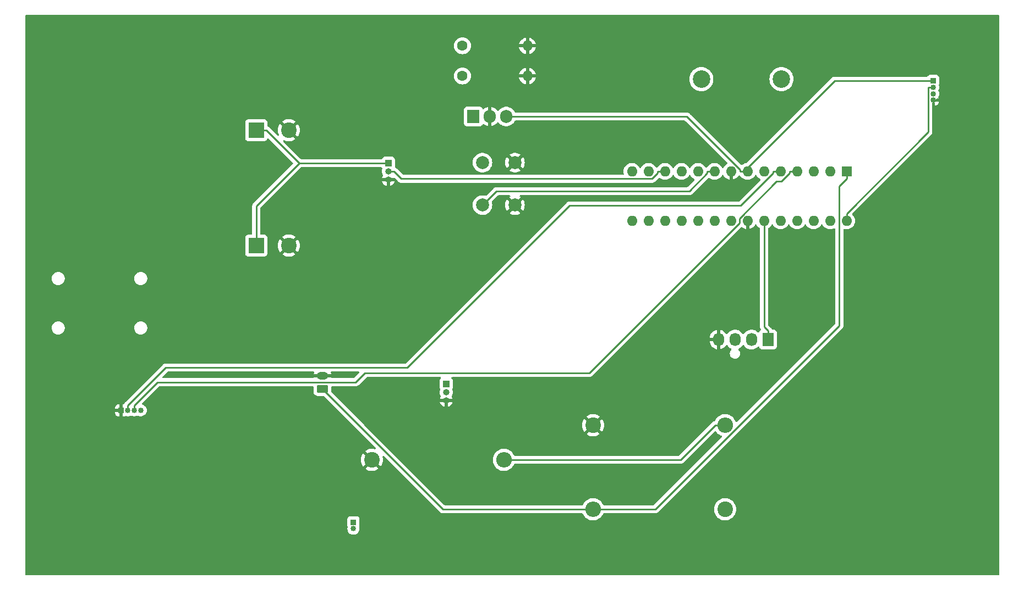
<source format=gbr>
%TF.GenerationSoftware,KiCad,Pcbnew,7.0.7*%
%TF.CreationDate,2023-12-03T23:29:23-03:00*%
%TF.ProjectId,Chocadeira,43686f63-6164-4656-9972-612e6b696361,rev?*%
%TF.SameCoordinates,Original*%
%TF.FileFunction,Copper,L1,Top*%
%TF.FilePolarity,Positive*%
%FSLAX46Y46*%
G04 Gerber Fmt 4.6, Leading zero omitted, Abs format (unit mm)*
G04 Created by KiCad (PCBNEW 7.0.7) date 2023-12-03 23:29:23*
%MOMM*%
%LPD*%
G01*
G04 APERTURE LIST*
G04 Aperture macros list*
%AMRoundRect*
0 Rectangle with rounded corners*
0 $1 Rounding radius*
0 $2 $3 $4 $5 $6 $7 $8 $9 X,Y pos of 4 corners*
0 Add a 4 corners polygon primitive as box body*
4,1,4,$2,$3,$4,$5,$6,$7,$8,$9,$2,$3,0*
0 Add four circle primitives for the rounded corners*
1,1,$1+$1,$2,$3*
1,1,$1+$1,$4,$5*
1,1,$1+$1,$6,$7*
1,1,$1+$1,$8,$9*
0 Add four rect primitives between the rounded corners*
20,1,$1+$1,$2,$3,$4,$5,0*
20,1,$1+$1,$4,$5,$6,$7,0*
20,1,$1+$1,$6,$7,$8,$9,0*
20,1,$1+$1,$8,$9,$2,$3,0*%
G04 Aperture macros list end*
%TA.AperFunction,ComponentPad*%
%ADD10R,0.850000X0.850000*%
%TD*%
%TA.AperFunction,ComponentPad*%
%ADD11O,0.850000X0.850000*%
%TD*%
%TA.AperFunction,ComponentPad*%
%ADD12C,2.400000*%
%TD*%
%TA.AperFunction,ComponentPad*%
%ADD13O,2.400000X2.400000*%
%TD*%
%TA.AperFunction,ComponentPad*%
%ADD14R,1.000000X1.000000*%
%TD*%
%TA.AperFunction,ComponentPad*%
%ADD15O,1.000000X1.000000*%
%TD*%
%TA.AperFunction,ComponentPad*%
%ADD16C,2.000000*%
%TD*%
%TA.AperFunction,ComponentPad*%
%ADD17R,1.905000X2.000000*%
%TD*%
%TA.AperFunction,ComponentPad*%
%ADD18O,1.905000X2.000000*%
%TD*%
%TA.AperFunction,ComponentPad*%
%ADD19C,2.700000*%
%TD*%
%TA.AperFunction,ComponentPad*%
%ADD20R,2.400000X2.400000*%
%TD*%
%TA.AperFunction,ComponentPad*%
%ADD21C,1.600000*%
%TD*%
%TA.AperFunction,ComponentPad*%
%ADD22O,1.600000X1.600000*%
%TD*%
%TA.AperFunction,ComponentPad*%
%ADD23R,1.730000X2.030000*%
%TD*%
%TA.AperFunction,ComponentPad*%
%ADD24O,1.730000X2.030000*%
%TD*%
%TA.AperFunction,ComponentPad*%
%ADD25R,1.600000X1.600000*%
%TD*%
%TA.AperFunction,ComponentPad*%
%ADD26RoundRect,0.250000X0.625000X-0.350000X0.625000X0.350000X-0.625000X0.350000X-0.625000X-0.350000X0*%
%TD*%
%TA.AperFunction,ComponentPad*%
%ADD27O,1.750000X1.200000*%
%TD*%
%TA.AperFunction,Conductor*%
%ADD28C,0.250000*%
%TD*%
G04 APERTURE END LIST*
D10*
%TO.P,RTC1,1,Pin_1*%
%TO.N,VCC*%
X223520000Y-81280000D03*
D11*
%TO.P,RTC1,2,Pin_2*%
%TO.N,Net-(RTC1-Pin_2)*%
X223520000Y-82280000D03*
%TO.P,RTC1,3,Pin_3*%
%TO.N,Net-(RTC1-Pin_3)*%
X223520000Y-83280000D03*
%TO.P,RTC1,4,Pin_4*%
%TO.N,GND*%
X223520000Y-84280000D03*
%TD*%
D12*
%TO.P,R4,1*%
%TO.N,GND*%
X137160000Y-139700000D03*
D13*
%TO.P,R4,2*%
%TO.N,Net-(D1-A)*%
X157480000Y-139700000D03*
%TD*%
D10*
%TO.P,LED,1,K*%
%TO.N,Net-(D1-K)*%
X134320000Y-149330000D03*
D11*
%TO.P,LED,2,A*%
%TO.N,Net-(D1-A)*%
X134320000Y-150330000D03*
%TD*%
%TO.P,Dimmer1,4,Pin_4*%
%TO.N,VCC*%
X101600000Y-132080000D03*
%TO.P,Dimmer1,3,Pin_3*%
%TO.N,Net-(Dimmer1-Pin_3)*%
X100600000Y-132080000D03*
%TO.P,Dimmer1,2,Pin_2*%
%TO.N,Net-(Dimmer1-Pin_2)*%
X99600000Y-132080000D03*
D10*
%TO.P,Dimmer1,1,Pin_1*%
%TO.N,GND*%
X98600000Y-132080000D03*
%TD*%
D14*
%TO.P,DHT1,1,Pin_1*%
%TO.N,VCC*%
X139700000Y-93980000D03*
D15*
%TO.P,DHT1,2,Pin_2*%
%TO.N,Net-(DHT1-Pin_2)*%
X139700000Y-95250000D03*
%TO.P,DHT1,3,Pin_3*%
%TO.N,GND*%
X139700000Y-96520000D03*
%TD*%
D16*
%TO.P,C1,1*%
%TO.N,XTAL2*%
X154182000Y-93892000D03*
%TO.P,C1,2*%
%TO.N,GND*%
X159182000Y-93892000D03*
%TD*%
%TO.P,C2,1*%
%TO.N,XTAL1*%
X154182000Y-100442000D03*
%TO.P,C2,2*%
%TO.N,GND*%
X159182000Y-100442000D03*
%TD*%
D17*
%TO.P,U1,1,IN*%
%TO.N,Alimentacao*%
X152762000Y-86792000D03*
D18*
%TO.P,U1,2,GND*%
%TO.N,GND*%
X155302000Y-86792000D03*
%TO.P,U1,3,OUT*%
%TO.N,VCC*%
X157842000Y-86792000D03*
%TD*%
D12*
%TO.P,R2,1*%
%TO.N,GND*%
X171196000Y-134366000D03*
D13*
%TO.P,R2,2*%
%TO.N,Net-(D1-A)*%
X191516000Y-134366000D03*
%TD*%
D19*
%TO.P,16MHz1,1,1*%
%TO.N,XTAL2*%
X187856000Y-81026000D03*
%TO.P,16MHz1,2,2*%
%TO.N,XTAL1*%
X200196000Y-81026000D03*
%TD*%
D20*
%TO.P,C5,1*%
%TO.N,VCC*%
X119380000Y-88900000D03*
D12*
%TO.P,C5,2*%
%TO.N,GND*%
X124380000Y-88900000D03*
%TD*%
D21*
%TO.P,C4,1*%
%TO.N,VCC*%
X151102000Y-80542000D03*
D22*
%TO.P,C4,2*%
%TO.N,GND*%
X161102000Y-80542000D03*
%TD*%
D23*
%TO.P,Display1,1,Pin_1*%
%TO.N,Net-(Display1-Pin_1)*%
X198120000Y-121158000D03*
D24*
%TO.P,Display1,2,Pin_2*%
%TO.N,Net-(Display1-Pin_2)*%
X195580000Y-121158000D03*
%TO.P,Display1,3,Pin_3*%
%TO.N,VCC*%
X193040000Y-121158000D03*
%TO.P,Display1,4,Pin_4*%
%TO.N,GND*%
X190500000Y-121158000D03*
%TD*%
D12*
%TO.P,R1,1*%
%TO.N,VCC*%
X191516000Y-147320000D03*
D13*
%TO.P,R1,2*%
%TO.N,Reset*%
X171196000Y-147320000D03*
%TD*%
D25*
%TO.P,U2,1,~{RESET}/PC6*%
%TO.N,Reset*%
X210208000Y-95250000D03*
D22*
%TO.P,U2,2,PD0*%
%TO.N,TX*%
X207668000Y-95250000D03*
%TO.P,U2,3,PD1*%
%TO.N,RX*%
X205128000Y-95250000D03*
%TO.P,U2,4,PD2*%
%TO.N,Net-(Dimmer1-Pin_3)*%
X202588000Y-95250000D03*
%TO.P,U2,5,PD3*%
%TO.N,Net-(Dimmer1-Pin_2)*%
X200048000Y-95250000D03*
%TO.P,U2,6,PD4*%
%TO.N,Net-(D1-K)*%
X197508000Y-95250000D03*
%TO.P,U2,7,VCC*%
%TO.N,VCC*%
X194968000Y-95250000D03*
%TO.P,U2,8,GND*%
%TO.N,GND*%
X192428000Y-95250000D03*
%TO.P,U2,9,XTAL1/PB6*%
%TO.N,XTAL1*%
X189888000Y-95250000D03*
%TO.P,U2,10,XTAL2/PB7*%
%TO.N,XTAL2*%
X187348000Y-95250000D03*
%TO.P,U2,11,PD5*%
%TO.N,Net-(Servo1-Pin_2)*%
X184808000Y-95250000D03*
%TO.P,U2,12,PD6*%
%TO.N,Net-(DHT1-Pin_2)*%
X182268000Y-95250000D03*
%TO.P,U2,13,PD7*%
%TO.N,unconnected-(U2-PD7-Pad13)*%
X179728000Y-95250000D03*
%TO.P,U2,14,PB0*%
%TO.N,unconnected-(U2-PB0-Pad14)*%
X177188000Y-95250000D03*
%TO.P,U2,15,PB1*%
%TO.N,unconnected-(U2-PB1-Pad15)*%
X177188000Y-102870000D03*
%TO.P,U2,16,PB2*%
%TO.N,unconnected-(U2-PB2-Pad16)*%
X179728000Y-102870000D03*
%TO.P,U2,17,PB3*%
%TO.N,unconnected-(U2-PB3-Pad17)*%
X182268000Y-102870000D03*
%TO.P,U2,18,PB4*%
%TO.N,unconnected-(U2-PB4-Pad18)*%
X184808000Y-102870000D03*
%TO.P,U2,19,PB5*%
%TO.N,unconnected-(U2-PB5-Pad19)*%
X187348000Y-102870000D03*
%TO.P,U2,20,AVCC*%
%TO.N,VCC*%
X189888000Y-102870000D03*
%TO.P,U2,21,AREF*%
%TO.N,unconnected-(U2-AREF-Pad21)*%
X192428000Y-102870000D03*
%TO.P,U2,22,GND*%
%TO.N,GND*%
X194968000Y-102870000D03*
%TO.P,U2,23,PC0*%
%TO.N,Net-(Display1-Pin_1)*%
X197508000Y-102870000D03*
%TO.P,U2,24,PC1*%
%TO.N,Net-(Display1-Pin_2)*%
X200048000Y-102870000D03*
%TO.P,U2,25,PC2*%
%TO.N,unconnected-(U2-PC2-Pad25)*%
X202588000Y-102870000D03*
%TO.P,U2,26,PC3*%
%TO.N,unconnected-(U2-PC3-Pad26)*%
X205128000Y-102870000D03*
%TO.P,U2,27,PC4*%
%TO.N,Net-(RTC1-Pin_3)*%
X207668000Y-102870000D03*
%TO.P,U2,28,PC5*%
%TO.N,Net-(RTC1-Pin_2)*%
X210208000Y-102870000D03*
%TD*%
D14*
%TO.P,Servo1,1,Pin_1*%
%TO.N,VCC*%
X148600000Y-128026000D03*
D15*
%TO.P,Servo1,2,Pin_2*%
%TO.N,Net-(Servo1-Pin_2)*%
X148600000Y-129296000D03*
%TO.P,Servo1,3,Pin_3*%
%TO.N,GND*%
X148600000Y-130566000D03*
%TD*%
D21*
%TO.P,C3,1*%
%TO.N,VCC*%
X151102000Y-75892000D03*
D22*
%TO.P,C3,2*%
%TO.N,GND*%
X161102000Y-75892000D03*
%TD*%
D20*
%TO.P,C6,1*%
%TO.N,VCC*%
X119380000Y-106680000D03*
D12*
%TO.P,C6,2*%
%TO.N,GND*%
X124380000Y-106680000D03*
%TD*%
D26*
%TO.P,Bot\u00E3o_Reset1,1,Pin_1*%
%TO.N,Reset*%
X129550000Y-128788000D03*
D27*
%TO.P,Bot\u00E3o_Reset1,2,Pin_2*%
%TO.N,GND*%
X129550000Y-126788000D03*
%TD*%
D28*
%TO.N,Net-(RTC1-Pin_2)*%
X222768100Y-89183000D02*
X222768100Y-82280000D01*
X210208000Y-101743100D02*
X222768100Y-89183000D01*
X210208000Y-102870000D02*
X210208000Y-101743100D01*
X223520000Y-82280000D02*
X222768100Y-82280000D01*
%TO.N,Net-(Dimmer1-Pin_3)*%
X202588000Y-95250000D02*
X201461100Y-95250000D01*
X100600000Y-132080000D02*
X100600000Y-131328100D01*
X201461100Y-95531800D02*
X201461100Y-95250000D01*
X200195500Y-96797400D02*
X201461100Y-95531800D01*
X199443100Y-96797400D02*
X200195500Y-96797400D01*
X193698000Y-102542500D02*
X199443100Y-96797400D01*
X193698000Y-103213700D02*
X193698000Y-102542500D01*
X170598500Y-126313200D02*
X193698000Y-103213700D01*
X136099100Y-126313200D02*
X170598500Y-126313200D01*
X134676300Y-127736000D02*
X136099100Y-126313200D01*
X104192100Y-127736000D02*
X134676300Y-127736000D01*
X100600000Y-131328100D02*
X104192100Y-127736000D01*
%TO.N,Net-(Dimmer1-Pin_2)*%
X105453400Y-125474700D02*
X99600000Y-131328100D01*
X142631700Y-125474700D02*
X105453400Y-125474700D01*
X167598200Y-100508200D02*
X142631700Y-125474700D01*
X193944600Y-100508200D02*
X167598200Y-100508200D01*
X198921100Y-95531700D02*
X193944600Y-100508200D01*
X198921100Y-95250000D02*
X198921100Y-95531700D01*
X200048000Y-95250000D02*
X198921100Y-95250000D01*
X99600000Y-132080000D02*
X99600000Y-131328100D01*
%TO.N,Net-(DHT1-Pin_2)*%
X141654000Y-96377100D02*
X140526900Y-95250000D01*
X180295700Y-96377100D02*
X141654000Y-96377100D01*
X181141100Y-95531700D02*
X180295700Y-96377100D01*
X181141100Y-95250000D02*
X181141100Y-95531700D01*
X182268000Y-95250000D02*
X181141100Y-95250000D01*
X139700000Y-95250000D02*
X140526900Y-95250000D01*
%TO.N,Net-(D1-A)*%
X184655100Y-139700000D02*
X157480000Y-139700000D01*
X189989100Y-134366000D02*
X184655100Y-139700000D01*
X191516000Y-134366000D02*
X189989100Y-134366000D01*
%TO.N,Net-(Display1-Pin_1)*%
X197508000Y-119204100D02*
X198120000Y-119816100D01*
X197508000Y-102870000D02*
X197508000Y-119204100D01*
X198120000Y-121158000D02*
X198120000Y-119816100D01*
%TO.N,VCC*%
X119380000Y-88900000D02*
X120906900Y-88900000D01*
X119380000Y-100586900D02*
X119380000Y-106680000D01*
X125986900Y-93980000D02*
X119380000Y-100586900D01*
X120906900Y-88900000D02*
X125986900Y-93980000D01*
X125986900Y-93980000D02*
X139700000Y-93980000D01*
X193841100Y-95016500D02*
X193841100Y-95250000D01*
X185616600Y-86792000D02*
X193841100Y-95016500D01*
X157842000Y-86792000D02*
X185616600Y-86792000D01*
X194968000Y-95250000D02*
X194404600Y-95250000D01*
X194404600Y-95250000D02*
X193841100Y-95250000D01*
X208374600Y-81280000D02*
X223520000Y-81280000D01*
X194404600Y-95250000D02*
X208374600Y-81280000D01*
%TO.N,Reset*%
X148082000Y-147320000D02*
X171196000Y-147320000D01*
X129550000Y-128788000D02*
X148082000Y-147320000D01*
X209081100Y-97503800D02*
X210208000Y-96376900D01*
X209081100Y-119005700D02*
X209081100Y-97503800D01*
X180766800Y-147320000D02*
X209081100Y-119005700D01*
X171196000Y-147320000D02*
X180766800Y-147320000D01*
X210208000Y-95250000D02*
X210208000Y-96376900D01*
%TO.N,XTAL1*%
X156329800Y-98294200D02*
X154182000Y-100442000D01*
X185998600Y-98294200D02*
X156329800Y-98294200D01*
X188761100Y-95531700D02*
X185998600Y-98294200D01*
X188761100Y-95250000D02*
X188761100Y-95531700D01*
X189888000Y-95250000D02*
X188761100Y-95250000D01*
%TD*%
%TA.AperFunction,Conductor*%
%TO.N,GND*%
G36*
X194861331Y-103258091D02*
G01*
X194891848Y-103262925D01*
X194936515Y-103270000D01*
X194936519Y-103270000D01*
X194999485Y-103270000D01*
X195036960Y-103264064D01*
X195074602Y-103258102D01*
X195143893Y-103267056D01*
X195197346Y-103312052D01*
X195217986Y-103378803D01*
X195217999Y-103380575D01*
X195217999Y-104148871D01*
X195218000Y-104148872D01*
X195414317Y-104096269D01*
X195414326Y-104096265D01*
X195620482Y-104000134D01*
X195806820Y-103869657D01*
X195967657Y-103708820D01*
X196098132Y-103522484D01*
X196125341Y-103464134D01*
X196171513Y-103411695D01*
X196238707Y-103392542D01*
X196305588Y-103412757D01*
X196350106Y-103464133D01*
X196377431Y-103522732D01*
X196377432Y-103522734D01*
X196507954Y-103709141D01*
X196668857Y-103870044D01*
X196668860Y-103870046D01*
X196668861Y-103870047D01*
X196829623Y-103982613D01*
X196873247Y-104037187D01*
X196882499Y-104084186D01*
X196882499Y-119121355D01*
X196880776Y-119136972D01*
X196881061Y-119136999D01*
X196880326Y-119144765D01*
X196882500Y-119213914D01*
X196882500Y-119243443D01*
X196882501Y-119243460D01*
X196883368Y-119250331D01*
X196883826Y-119256150D01*
X196885290Y-119302724D01*
X196885291Y-119302727D01*
X196890880Y-119321967D01*
X196894824Y-119341011D01*
X196896568Y-119354809D01*
X196897336Y-119360891D01*
X196914490Y-119404219D01*
X196916382Y-119409747D01*
X196929381Y-119454488D01*
X196939580Y-119471734D01*
X196948138Y-119489203D01*
X196955514Y-119507832D01*
X196982898Y-119545524D01*
X196986106Y-119550407D01*
X196998635Y-119571591D01*
X197015818Y-119639315D01*
X196993659Y-119705578D01*
X196966215Y-119733979D01*
X196897452Y-119785455D01*
X196811206Y-119900664D01*
X196811203Y-119900669D01*
X196767866Y-120016862D01*
X196725994Y-120072795D01*
X196660530Y-120097212D01*
X196592257Y-120082360D01*
X196562162Y-120059329D01*
X196485413Y-119979251D01*
X196430357Y-119938532D01*
X196298530Y-119841033D01*
X196258751Y-119820977D01*
X196090977Y-119736387D01*
X195947652Y-119692494D01*
X195868723Y-119668322D01*
X195868721Y-119668321D01*
X195868722Y-119668321D01*
X195638157Y-119638797D01*
X195405933Y-119648662D01*
X195405932Y-119648662D01*
X195178703Y-119697634D01*
X194963027Y-119784299D01*
X194765096Y-119906170D01*
X194590599Y-120059746D01*
X194444584Y-120240583D01*
X194444577Y-120240593D01*
X194418301Y-120287630D01*
X194368422Y-120336556D01*
X194300008Y-120350748D01*
X194234783Y-120325700D01*
X194207313Y-120296592D01*
X194106250Y-120147065D01*
X193945413Y-119979251D01*
X193890357Y-119938532D01*
X193758530Y-119841033D01*
X193718751Y-119820977D01*
X193550977Y-119736387D01*
X193407652Y-119692494D01*
X193328723Y-119668322D01*
X193328721Y-119668321D01*
X193328722Y-119668321D01*
X193098157Y-119638797D01*
X192865933Y-119648662D01*
X192865932Y-119648662D01*
X192638703Y-119697634D01*
X192423027Y-119784299D01*
X192225096Y-119906170D01*
X192050599Y-120059746D01*
X191904584Y-120240583D01*
X191904580Y-120240589D01*
X191878027Y-120288120D01*
X191828146Y-120337045D01*
X191759733Y-120351237D01*
X191694508Y-120326188D01*
X191667039Y-120297081D01*
X191565857Y-120147378D01*
X191565855Y-120147375D01*
X191405080Y-119979627D01*
X191405079Y-119979626D01*
X191218271Y-119841462D01*
X191010794Y-119736855D01*
X191010788Y-119736852D01*
X190788615Y-119668812D01*
X190750000Y-119663866D01*
X190750000Y-120535596D01*
X190730315Y-120602635D01*
X190677511Y-120648390D01*
X190608355Y-120658334D01*
X190536476Y-120648000D01*
X190536473Y-120648000D01*
X190463527Y-120648000D01*
X190463523Y-120648000D01*
X190391645Y-120658334D01*
X190322487Y-120648390D01*
X190269684Y-120602634D01*
X190250000Y-120535596D01*
X190250000Y-119665539D01*
X190249999Y-119665539D01*
X190098850Y-119698114D01*
X190098849Y-119698114D01*
X189883253Y-119784748D01*
X189685389Y-119906577D01*
X189510971Y-120060085D01*
X189510969Y-120060087D01*
X189364997Y-120240868D01*
X189251675Y-120443722D01*
X189174271Y-120662798D01*
X189174268Y-120662810D01*
X189135000Y-120891812D01*
X189135000Y-120908000D01*
X189876231Y-120908000D01*
X189943270Y-120927685D01*
X189989025Y-120980489D01*
X189998969Y-121049647D01*
X189995208Y-121066936D01*
X189990000Y-121084672D01*
X189990000Y-121231327D01*
X189995208Y-121249064D01*
X189995208Y-121318934D01*
X189957434Y-121377712D01*
X189893879Y-121406738D01*
X189876231Y-121408000D01*
X189138576Y-121408000D01*
X189149768Y-121539515D01*
X189208318Y-121764379D01*
X189304023Y-121976104D01*
X189304028Y-121976112D01*
X189434142Y-122168621D01*
X189434144Y-122168624D01*
X189594919Y-122336372D01*
X189594920Y-122336373D01*
X189781728Y-122474537D01*
X189989205Y-122579144D01*
X189989211Y-122579147D01*
X190211387Y-122647187D01*
X190250000Y-122652131D01*
X190250000Y-121780403D01*
X190269685Y-121713364D01*
X190322489Y-121667609D01*
X190391646Y-121657665D01*
X190463527Y-121668000D01*
X190463530Y-121668000D01*
X190536470Y-121668000D01*
X190536473Y-121668000D01*
X190608353Y-121657665D01*
X190677512Y-121667609D01*
X190730316Y-121713364D01*
X190750000Y-121780403D01*
X190750000Y-122650459D01*
X190901148Y-122617885D01*
X190901149Y-122617885D01*
X191116746Y-122531251D01*
X191314610Y-122409422D01*
X191489028Y-122255914D01*
X191489030Y-122255912D01*
X191635003Y-122075129D01*
X191635007Y-122075124D01*
X191661384Y-122027907D01*
X191711263Y-121978980D01*
X191779676Y-121964787D01*
X191844902Y-121989834D01*
X191872373Y-122018943D01*
X191973749Y-122168934D01*
X191973751Y-122168936D01*
X192134587Y-122336749D01*
X192321470Y-122474967D01*
X192453919Y-122541746D01*
X192504916Y-122589502D01*
X192522000Y-122657251D01*
X192499743Y-122723481D01*
X192485774Y-122740148D01*
X192410183Y-122815739D01*
X192314211Y-122968476D01*
X192254631Y-123138745D01*
X192254630Y-123138750D01*
X192234435Y-123317996D01*
X192234435Y-123318003D01*
X192254630Y-123497249D01*
X192254631Y-123497254D01*
X192314211Y-123667523D01*
X192410184Y-123820262D01*
X192537738Y-123947816D01*
X192690478Y-124043789D01*
X192860744Y-124103368D01*
X192860745Y-124103368D01*
X192860750Y-124103369D01*
X192951246Y-124113565D01*
X192995040Y-124118499D01*
X192995043Y-124118500D01*
X192995046Y-124118500D01*
X193084957Y-124118500D01*
X193084958Y-124118499D01*
X193152104Y-124110933D01*
X193219249Y-124103369D01*
X193219252Y-124103368D01*
X193219255Y-124103368D01*
X193389522Y-124043789D01*
X193542262Y-123947816D01*
X193669816Y-123820262D01*
X193765789Y-123667522D01*
X193825368Y-123497255D01*
X193845565Y-123318000D01*
X193825368Y-123138745D01*
X193765789Y-122968478D01*
X193669816Y-122815738D01*
X193596258Y-122742180D01*
X193562774Y-122680858D01*
X193567758Y-122611166D01*
X193609630Y-122555233D01*
X193637705Y-122539442D01*
X193656976Y-122531699D01*
X193854907Y-122409827D01*
X194029395Y-122256259D01*
X194175420Y-122075410D01*
X194201698Y-122028369D01*
X194251578Y-121979444D01*
X194319991Y-121965251D01*
X194385216Y-121990298D01*
X194412687Y-122019407D01*
X194513749Y-122168934D01*
X194513751Y-122168936D01*
X194674587Y-122336749D01*
X194861470Y-122474967D01*
X195069024Y-122579613D01*
X195291277Y-122647678D01*
X195521837Y-122677202D01*
X195754070Y-122667337D01*
X195981295Y-122618366D01*
X196196976Y-122531699D01*
X196394907Y-122409827D01*
X196569395Y-122256259D01*
X196569400Y-122256253D01*
X196571599Y-122254318D01*
X196634929Y-122224803D01*
X196704162Y-122234212D01*
X196757318Y-122279558D01*
X196769705Y-122304068D01*
X196811202Y-122415328D01*
X196811206Y-122415335D01*
X196897452Y-122530544D01*
X196897455Y-122530547D01*
X197012664Y-122616793D01*
X197012671Y-122616797D01*
X197147517Y-122667091D01*
X197147516Y-122667091D01*
X197154444Y-122667835D01*
X197207127Y-122673500D01*
X199032872Y-122673499D01*
X199092483Y-122667091D01*
X199227331Y-122616796D01*
X199342546Y-122530546D01*
X199428796Y-122415331D01*
X199479091Y-122280483D01*
X199485500Y-122220873D01*
X199485499Y-120095128D01*
X199479091Y-120035517D01*
X199461988Y-119989662D01*
X199428797Y-119900671D01*
X199428793Y-119900664D01*
X199342547Y-119785455D01*
X199342544Y-119785452D01*
X199227335Y-119699206D01*
X199227328Y-119699202D01*
X199092482Y-119648908D01*
X199092483Y-119648908D01*
X199032883Y-119642501D01*
X199032881Y-119642500D01*
X199032873Y-119642500D01*
X199032865Y-119642500D01*
X198813301Y-119642500D01*
X198746262Y-119622815D01*
X198702598Y-119572424D01*
X198702592Y-119572428D01*
X198702571Y-119572394D01*
X198700507Y-119570011D01*
X198699497Y-119567741D01*
X198698616Y-119565706D01*
X198688423Y-119548471D01*
X198679861Y-119530994D01*
X198672487Y-119512370D01*
X198669190Y-119507832D01*
X198645079Y-119474645D01*
X198641888Y-119469786D01*
X198637023Y-119461560D01*
X198618170Y-119429680D01*
X198618168Y-119429678D01*
X198618165Y-119429674D01*
X198604006Y-119415515D01*
X198591368Y-119400719D01*
X198579594Y-119384513D01*
X198574137Y-119379999D01*
X198543688Y-119354809D01*
X198539376Y-119350886D01*
X198169819Y-118981328D01*
X198136334Y-118920005D01*
X198133500Y-118893647D01*
X198133500Y-104084188D01*
X198153185Y-104017149D01*
X198186377Y-103982613D01*
X198234836Y-103948681D01*
X198347139Y-103870047D01*
X198508047Y-103709139D01*
X198638568Y-103522734D01*
X198665618Y-103464724D01*
X198711790Y-103412285D01*
X198778983Y-103393133D01*
X198845865Y-103413348D01*
X198890382Y-103464725D01*
X198917429Y-103522728D01*
X198917432Y-103522734D01*
X199047954Y-103709141D01*
X199208858Y-103870045D01*
X199208861Y-103870047D01*
X199395266Y-104000568D01*
X199601504Y-104096739D01*
X199821308Y-104155635D01*
X199983230Y-104169801D01*
X200047998Y-104175468D01*
X200048000Y-104175468D01*
X200048002Y-104175468D01*
X200104673Y-104170509D01*
X200274692Y-104155635D01*
X200494496Y-104096739D01*
X200700734Y-104000568D01*
X200887139Y-103870047D01*
X201048047Y-103709139D01*
X201178568Y-103522734D01*
X201205618Y-103464724D01*
X201251790Y-103412285D01*
X201318983Y-103393133D01*
X201385865Y-103413348D01*
X201430382Y-103464725D01*
X201457429Y-103522728D01*
X201457432Y-103522734D01*
X201587954Y-103709141D01*
X201748858Y-103870045D01*
X201748861Y-103870047D01*
X201935266Y-104000568D01*
X202141504Y-104096739D01*
X202361308Y-104155635D01*
X202523230Y-104169801D01*
X202587998Y-104175468D01*
X202588000Y-104175468D01*
X202588002Y-104175468D01*
X202644672Y-104170509D01*
X202814692Y-104155635D01*
X203034496Y-104096739D01*
X203240734Y-104000568D01*
X203427139Y-103870047D01*
X203588047Y-103709139D01*
X203718568Y-103522734D01*
X203745618Y-103464724D01*
X203791790Y-103412285D01*
X203858983Y-103393133D01*
X203925865Y-103413348D01*
X203970382Y-103464725D01*
X203997429Y-103522728D01*
X203997432Y-103522734D01*
X204127954Y-103709141D01*
X204288858Y-103870045D01*
X204288861Y-103870047D01*
X204475266Y-104000568D01*
X204681504Y-104096739D01*
X204901308Y-104155635D01*
X205063230Y-104169801D01*
X205127998Y-104175468D01*
X205128000Y-104175468D01*
X205128002Y-104175468D01*
X205184672Y-104170509D01*
X205354692Y-104155635D01*
X205574496Y-104096739D01*
X205780734Y-104000568D01*
X205967139Y-103870047D01*
X206128047Y-103709139D01*
X206258568Y-103522734D01*
X206285618Y-103464724D01*
X206331790Y-103412285D01*
X206398983Y-103393133D01*
X206465865Y-103413348D01*
X206510382Y-103464725D01*
X206537429Y-103522728D01*
X206537432Y-103522734D01*
X206667954Y-103709141D01*
X206828858Y-103870045D01*
X206828861Y-103870047D01*
X207015266Y-104000568D01*
X207221504Y-104096739D01*
X207441308Y-104155635D01*
X207603230Y-104169801D01*
X207667998Y-104175468D01*
X207668000Y-104175468D01*
X207668002Y-104175468D01*
X207724673Y-104170509D01*
X207894692Y-104155635D01*
X208114496Y-104096739D01*
X208279195Y-104019937D01*
X208348273Y-104009446D01*
X208412057Y-104037966D01*
X208450296Y-104096442D01*
X208455600Y-104132320D01*
X208455599Y-118695246D01*
X208435914Y-118762285D01*
X208419280Y-118782927D01*
X193333917Y-133868290D01*
X193272594Y-133901775D01*
X193202902Y-133896791D01*
X193146969Y-133854919D01*
X193130811Y-133825917D01*
X193052393Y-133626112D01*
X192924959Y-133405388D01*
X192766050Y-133206123D01*
X192579217Y-133032768D01*
X192368634Y-132889195D01*
X192368630Y-132889193D01*
X192368627Y-132889191D01*
X192368626Y-132889190D01*
X192139006Y-132778612D01*
X192139008Y-132778612D01*
X191895466Y-132703489D01*
X191895462Y-132703488D01*
X191895458Y-132703487D01*
X191774231Y-132685214D01*
X191643440Y-132665500D01*
X191643435Y-132665500D01*
X191388565Y-132665500D01*
X191388559Y-132665500D01*
X191231609Y-132689157D01*
X191136542Y-132703487D01*
X191136538Y-132703488D01*
X191136539Y-132703488D01*
X191136533Y-132703489D01*
X190892992Y-132778612D01*
X190663373Y-132889190D01*
X190663372Y-132889191D01*
X190452782Y-133032768D01*
X190265952Y-133206121D01*
X190265950Y-133206123D01*
X190107041Y-133405388D01*
X189979608Y-133626109D01*
X189979606Y-133626112D01*
X189961445Y-133672384D01*
X189918627Y-133727596D01*
X189880615Y-133746154D01*
X189871236Y-133748879D01*
X189852179Y-133752825D01*
X189832311Y-133755334D01*
X189832309Y-133755335D01*
X189788984Y-133772488D01*
X189783457Y-133774380D01*
X189738710Y-133787381D01*
X189738709Y-133787382D01*
X189721467Y-133797579D01*
X189703999Y-133806137D01*
X189685369Y-133813513D01*
X189685367Y-133813514D01*
X189647676Y-133840898D01*
X189642794Y-133844105D01*
X189602679Y-133867830D01*
X189588508Y-133882000D01*
X189573723Y-133894628D01*
X189557512Y-133906407D01*
X189527809Y-133942310D01*
X189523877Y-133946631D01*
X184432328Y-139038181D01*
X184371005Y-139071666D01*
X184344647Y-139074500D01*
X159145828Y-139074500D01*
X159078789Y-139054815D01*
X159033034Y-139002011D01*
X159030411Y-138995829D01*
X159016393Y-138960112D01*
X158888959Y-138739388D01*
X158730050Y-138540123D01*
X158543217Y-138366768D01*
X158332634Y-138223195D01*
X158332630Y-138223193D01*
X158332627Y-138223191D01*
X158332626Y-138223190D01*
X158103006Y-138112612D01*
X158103008Y-138112612D01*
X157859466Y-138037489D01*
X157859462Y-138037488D01*
X157859458Y-138037487D01*
X157738231Y-138019214D01*
X157607440Y-137999500D01*
X157607435Y-137999500D01*
X157352565Y-137999500D01*
X157352559Y-137999500D01*
X157195609Y-138023157D01*
X157100542Y-138037487D01*
X157100538Y-138037488D01*
X157100539Y-138037488D01*
X157100533Y-138037489D01*
X156856992Y-138112612D01*
X156627373Y-138223190D01*
X156627372Y-138223191D01*
X156416782Y-138366768D01*
X156229952Y-138540121D01*
X156229950Y-138540123D01*
X156071041Y-138739388D01*
X155943608Y-138960109D01*
X155850492Y-139197362D01*
X155850490Y-139197369D01*
X155793777Y-139445845D01*
X155774732Y-139699995D01*
X155774732Y-139700004D01*
X155793777Y-139954154D01*
X155840667Y-140159594D01*
X155850492Y-140202637D01*
X155943607Y-140439888D01*
X156071041Y-140660612D01*
X156229950Y-140859877D01*
X156416783Y-141033232D01*
X156627366Y-141176805D01*
X156627371Y-141176807D01*
X156627372Y-141176808D01*
X156627373Y-141176809D01*
X156749328Y-141235538D01*
X156856992Y-141287387D01*
X156856993Y-141287387D01*
X156856996Y-141287389D01*
X157100542Y-141362513D01*
X157352565Y-141400500D01*
X157607435Y-141400500D01*
X157859458Y-141362513D01*
X158103004Y-141287389D01*
X158332634Y-141176805D01*
X158543217Y-141033232D01*
X158730050Y-140859877D01*
X158888959Y-140660612D01*
X159016393Y-140439888D01*
X159030400Y-140404196D01*
X159073215Y-140348985D01*
X159139085Y-140325683D01*
X159145828Y-140325500D01*
X184572357Y-140325500D01*
X184587977Y-140327224D01*
X184588004Y-140326939D01*
X184595760Y-140327671D01*
X184595767Y-140327673D01*
X184664914Y-140325500D01*
X184694450Y-140325500D01*
X184701328Y-140324630D01*
X184707141Y-140324172D01*
X184753727Y-140322709D01*
X184772969Y-140317117D01*
X184792012Y-140313174D01*
X184811892Y-140310664D01*
X184855222Y-140293507D01*
X184860746Y-140291617D01*
X184864496Y-140290527D01*
X184905490Y-140278618D01*
X184922729Y-140268422D01*
X184940203Y-140259862D01*
X184958827Y-140252488D01*
X184958827Y-140252487D01*
X184958832Y-140252486D01*
X184996549Y-140225082D01*
X185001405Y-140221892D01*
X185041520Y-140198170D01*
X185055689Y-140183999D01*
X185070479Y-140171368D01*
X185086687Y-140159594D01*
X185116399Y-140123676D01*
X185120312Y-140119376D01*
X189922873Y-135316816D01*
X189984194Y-135283333D01*
X190053886Y-135288317D01*
X190107498Y-135327185D01*
X190265950Y-135525877D01*
X190452783Y-135699232D01*
X190663366Y-135842805D01*
X190663371Y-135842807D01*
X190663372Y-135842808D01*
X190663373Y-135842809D01*
X190785328Y-135901538D01*
X190892992Y-135953387D01*
X190892993Y-135953387D01*
X190892996Y-135953389D01*
X190968290Y-135976614D01*
X191026549Y-136015185D01*
X191054707Y-136079129D01*
X191043823Y-136148146D01*
X191019421Y-136182786D01*
X180544028Y-146658181D01*
X180482705Y-146691666D01*
X180456347Y-146694500D01*
X172861828Y-146694500D01*
X172794789Y-146674815D01*
X172749034Y-146622011D01*
X172746411Y-146615829D01*
X172732393Y-146580112D01*
X172604959Y-146359388D01*
X172446050Y-146160123D01*
X172259217Y-145986768D01*
X172048634Y-145843195D01*
X172048630Y-145843193D01*
X172048627Y-145843191D01*
X172048626Y-145843190D01*
X171819006Y-145732612D01*
X171819008Y-145732612D01*
X171575466Y-145657489D01*
X171575462Y-145657488D01*
X171575458Y-145657487D01*
X171454231Y-145639214D01*
X171323440Y-145619500D01*
X171323435Y-145619500D01*
X171068565Y-145619500D01*
X171068559Y-145619500D01*
X170911609Y-145643157D01*
X170816542Y-145657487D01*
X170816538Y-145657488D01*
X170816539Y-145657488D01*
X170816533Y-145657489D01*
X170572992Y-145732612D01*
X170343373Y-145843190D01*
X170343372Y-145843191D01*
X170132782Y-145986768D01*
X169945952Y-146160121D01*
X169945950Y-146160123D01*
X169787041Y-146359388D01*
X169659609Y-146580107D01*
X169659607Y-146580111D01*
X169659607Y-146580112D01*
X169645599Y-146615803D01*
X169602785Y-146671015D01*
X169536915Y-146694317D01*
X169530172Y-146694500D01*
X148392452Y-146694500D01*
X148325413Y-146674815D01*
X148304771Y-146658181D01*
X136012595Y-134366004D01*
X169491233Y-134366004D01*
X169510273Y-134620079D01*
X169566968Y-134868477D01*
X169566973Y-134868494D01*
X169660058Y-135105671D01*
X169660057Y-135105671D01*
X169787457Y-135326332D01*
X169829452Y-135378993D01*
X170514590Y-134693855D01*
X170575913Y-134660370D01*
X170645604Y-134665354D01*
X170700645Y-134706049D01*
X170768074Y-134793924D01*
X170768075Y-134793925D01*
X170855948Y-134861353D01*
X170897150Y-134917781D01*
X170901305Y-134987527D01*
X170868142Y-135047409D01*
X170182813Y-135732737D01*
X170343623Y-135842375D01*
X170343624Y-135842376D01*
X170573176Y-135952921D01*
X170573174Y-135952921D01*
X170816652Y-136028024D01*
X170816658Y-136028026D01*
X171068595Y-136065999D01*
X171068604Y-136066000D01*
X171323396Y-136066000D01*
X171323404Y-136065999D01*
X171575341Y-136028026D01*
X171575347Y-136028024D01*
X171818824Y-135952921D01*
X172048381Y-135842373D01*
X172209185Y-135732737D01*
X171523856Y-135047409D01*
X171490371Y-134986086D01*
X171495355Y-134916395D01*
X171536049Y-134861353D01*
X171623925Y-134793925D01*
X171691354Y-134706048D01*
X171747779Y-134664848D01*
X171817525Y-134660693D01*
X171877409Y-134693856D01*
X172562545Y-135378993D01*
X172604545Y-135326327D01*
X172731941Y-135105671D01*
X172825026Y-134868494D01*
X172825031Y-134868477D01*
X172881726Y-134620079D01*
X172900767Y-134366004D01*
X172900767Y-134365995D01*
X172881726Y-134111920D01*
X172825031Y-133863522D01*
X172825026Y-133863505D01*
X172731941Y-133626328D01*
X172731942Y-133626328D01*
X172604544Y-133405671D01*
X172562545Y-133353005D01*
X171877409Y-134038142D01*
X171816086Y-134071627D01*
X171746394Y-134066643D01*
X171691353Y-134025948D01*
X171623925Y-133938075D01*
X171582653Y-133906406D01*
X171536049Y-133870645D01*
X171494847Y-133814219D01*
X171490692Y-133744473D01*
X171523855Y-133684590D01*
X172209185Y-132999261D01*
X172048377Y-132889624D01*
X172048376Y-132889623D01*
X171818823Y-132779078D01*
X171818825Y-132779078D01*
X171575347Y-132703975D01*
X171575341Y-132703973D01*
X171323404Y-132666000D01*
X171068595Y-132666000D01*
X170816658Y-132703973D01*
X170816652Y-132703975D01*
X170573175Y-132779078D01*
X170343624Y-132889623D01*
X170343616Y-132889628D01*
X170182813Y-132999261D01*
X170868143Y-133684590D01*
X170901628Y-133745913D01*
X170896644Y-133815604D01*
X170855949Y-133870646D01*
X170768075Y-133938074D01*
X170768074Y-133938075D01*
X170700646Y-134025949D01*
X170644218Y-134067151D01*
X170574472Y-134071306D01*
X170514590Y-134038143D01*
X169829453Y-133353006D01*
X169787455Y-133405670D01*
X169660058Y-133626328D01*
X169566973Y-133863505D01*
X169566968Y-133863522D01*
X169510273Y-134111920D01*
X169491233Y-134365995D01*
X169491233Y-134366004D01*
X136012595Y-134366004D01*
X130958739Y-129312148D01*
X130925254Y-129250825D01*
X130923063Y-129211860D01*
X130925498Y-129188025D01*
X130925500Y-129188009D01*
X130925499Y-128485499D01*
X130945183Y-128418461D01*
X130997987Y-128372706D01*
X131049499Y-128361500D01*
X134593557Y-128361500D01*
X134609177Y-128363224D01*
X134609204Y-128362939D01*
X134616960Y-128363671D01*
X134616967Y-128363673D01*
X134686114Y-128361500D01*
X134715650Y-128361500D01*
X134722528Y-128360630D01*
X134728341Y-128360172D01*
X134774927Y-128358709D01*
X134794169Y-128353117D01*
X134813212Y-128349174D01*
X134833092Y-128346664D01*
X134876422Y-128329507D01*
X134881946Y-128327617D01*
X134885696Y-128326527D01*
X134926690Y-128314618D01*
X134943929Y-128304422D01*
X134961403Y-128295862D01*
X134980027Y-128288488D01*
X134980027Y-128288487D01*
X134980032Y-128288486D01*
X135017749Y-128261082D01*
X135022605Y-128257892D01*
X135062720Y-128234170D01*
X135076889Y-128219999D01*
X135091679Y-128207368D01*
X135107887Y-128195594D01*
X135137599Y-128159676D01*
X135141512Y-128155376D01*
X136321871Y-126975019D01*
X136383195Y-126941534D01*
X136409553Y-126938700D01*
X147676809Y-126938700D01*
X147743848Y-126958385D01*
X147789603Y-127011189D01*
X147799547Y-127080347D01*
X147770522Y-127143903D01*
X147751121Y-127161966D01*
X147742452Y-127168455D01*
X147656206Y-127283664D01*
X147656202Y-127283671D01*
X147605908Y-127418517D01*
X147599501Y-127478116D01*
X147599501Y-127478123D01*
X147599500Y-127478135D01*
X147599500Y-128573870D01*
X147599501Y-128573876D01*
X147605908Y-128633483D01*
X147656202Y-128768328D01*
X147656204Y-128768331D01*
X147662231Y-128776382D01*
X147686648Y-128841846D01*
X147673105Y-128905470D01*
X147673518Y-128905641D01*
X147672595Y-128907869D01*
X147672324Y-128909143D01*
X147671188Y-128911267D01*
X147613975Y-129099870D01*
X147594659Y-129296000D01*
X147613975Y-129492129D01*
X147671188Y-129680733D01*
X147764086Y-129854532D01*
X147767473Y-129859601D01*
X147765955Y-129860615D01*
X147789918Y-129917042D01*
X147778124Y-129985909D01*
X147767515Y-130002420D01*
X147767893Y-130002673D01*
X147764505Y-130007742D01*
X147671652Y-130181458D01*
X147630839Y-130315999D01*
X147630840Y-130316000D01*
X148168045Y-130316000D01*
X148235084Y-130335685D01*
X148280839Y-130388489D01*
X148290783Y-130457647D01*
X148284568Y-130482404D01*
X148275000Y-130508694D01*
X148275000Y-130623306D01*
X148284567Y-130649592D01*
X148288998Y-130719319D01*
X148255027Y-130780375D01*
X148193440Y-130813372D01*
X148168045Y-130816000D01*
X147630840Y-130816000D01*
X147671652Y-130950541D01*
X147764503Y-131124253D01*
X147764507Y-131124260D01*
X147889471Y-131276528D01*
X148041739Y-131401491D01*
X148215465Y-131494349D01*
X148350000Y-131535159D01*
X148350000Y-130999709D01*
X148369685Y-130932670D01*
X148422489Y-130886915D01*
X148491647Y-130876971D01*
X148495481Y-130877584D01*
X148571564Y-130891000D01*
X148571568Y-130891000D01*
X148628432Y-130891000D01*
X148628436Y-130891000D01*
X148704469Y-130877593D01*
X148773906Y-130885337D01*
X148828136Y-130929393D01*
X148849938Y-130995774D01*
X148850000Y-130999709D01*
X148850000Y-131535159D01*
X148984534Y-131494349D01*
X149158260Y-131401491D01*
X149310528Y-131276528D01*
X149435492Y-131124260D01*
X149435496Y-131124253D01*
X149528347Y-130950541D01*
X149569160Y-130816000D01*
X149031955Y-130816000D01*
X148964916Y-130796315D01*
X148919161Y-130743511D01*
X148909217Y-130674353D01*
X148915431Y-130649595D01*
X148925000Y-130623306D01*
X148925000Y-130508694D01*
X148915432Y-130482407D01*
X148911002Y-130412681D01*
X148944973Y-130351625D01*
X149006560Y-130318628D01*
X149031955Y-130316000D01*
X149569160Y-130316000D01*
X149569160Y-130315999D01*
X149528347Y-130181458D01*
X149435496Y-130007746D01*
X149432110Y-130002678D01*
X149433784Y-130001559D01*
X149410081Y-129945746D01*
X149421874Y-129876879D01*
X149432839Y-129859818D01*
X149432523Y-129859607D01*
X149435904Y-129854544D01*
X149435910Y-129854538D01*
X149528814Y-129680727D01*
X149586024Y-129492132D01*
X149605341Y-129296000D01*
X149586024Y-129099868D01*
X149528814Y-128911273D01*
X149527677Y-128909146D01*
X149527418Y-128907904D01*
X149526483Y-128905645D01*
X149526911Y-128905467D01*
X149513435Y-128840746D01*
X149537771Y-128776379D01*
X149543796Y-128768331D01*
X149594091Y-128633483D01*
X149600500Y-128573873D01*
X149600499Y-127478128D01*
X149594091Y-127418517D01*
X149543796Y-127283669D01*
X149543795Y-127283668D01*
X149543793Y-127283664D01*
X149457547Y-127168455D01*
X149448879Y-127161966D01*
X149407008Y-127106031D01*
X149402025Y-127036340D01*
X149435511Y-126975017D01*
X149496835Y-126941533D01*
X149523191Y-126938700D01*
X170515757Y-126938700D01*
X170531377Y-126940424D01*
X170531404Y-126940139D01*
X170539160Y-126940871D01*
X170539167Y-126940873D01*
X170608314Y-126938700D01*
X170637850Y-126938700D01*
X170644728Y-126937830D01*
X170650541Y-126937372D01*
X170697127Y-126935909D01*
X170716369Y-126930317D01*
X170735412Y-126926374D01*
X170755292Y-126923864D01*
X170798622Y-126906707D01*
X170804146Y-126904817D01*
X170807896Y-126903727D01*
X170848890Y-126891818D01*
X170866129Y-126881622D01*
X170883603Y-126873062D01*
X170902227Y-126865688D01*
X170902227Y-126865687D01*
X170902232Y-126865686D01*
X170939949Y-126838282D01*
X170944805Y-126835092D01*
X170984920Y-126811370D01*
X170999089Y-126797199D01*
X171013879Y-126784568D01*
X171030087Y-126772794D01*
X171059799Y-126736876D01*
X171063712Y-126732576D01*
X193940228Y-103856061D01*
X194001547Y-103822579D01*
X194071239Y-103827563D01*
X194115586Y-103856064D01*
X194129179Y-103869657D01*
X194315517Y-104000134D01*
X194521673Y-104096265D01*
X194521682Y-104096269D01*
X194717999Y-104148872D01*
X194718000Y-104148871D01*
X194718000Y-103380575D01*
X194737685Y-103313536D01*
X194790489Y-103267781D01*
X194859647Y-103257837D01*
X194861331Y-103258091D01*
G37*
%TD.AperFunction*%
%TA.AperFunction,Conductor*%
G36*
X128254195Y-126119885D02*
G01*
X128299950Y-126172689D01*
X128309894Y-126241847D01*
X128294543Y-126286200D01*
X128269855Y-126328960D01*
X128269852Y-126328967D01*
X128201144Y-126527482D01*
X128201144Y-126527484D01*
X128199632Y-126538000D01*
X129061808Y-126538000D01*
X129128847Y-126557685D01*
X129174602Y-126610489D01*
X129184546Y-126679647D01*
X129182013Y-126692441D01*
X129181448Y-126694670D01*
X129171113Y-126819392D01*
X129171113Y-126819395D01*
X129171114Y-126819395D01*
X129187362Y-126883559D01*
X129187363Y-126883560D01*
X129184738Y-126953381D01*
X129144781Y-127010698D01*
X129080180Y-127037314D01*
X129067157Y-127038000D01*
X128203742Y-127038000D01*
X128183961Y-127063153D01*
X128127046Y-127103681D01*
X128086491Y-127110500D01*
X105001552Y-127110500D01*
X104934513Y-127090815D01*
X104888758Y-127038011D01*
X104878814Y-126968853D01*
X104907839Y-126905297D01*
X104913871Y-126898819D01*
X105676171Y-126136519D01*
X105737494Y-126103034D01*
X105763852Y-126100200D01*
X128187156Y-126100200D01*
X128254195Y-126119885D01*
G37*
%TD.AperFunction*%
%TA.AperFunction,Conductor*%
G36*
X135195187Y-126119885D02*
G01*
X135240942Y-126172689D01*
X135250886Y-126241847D01*
X135221861Y-126305403D01*
X135215831Y-126311877D01*
X134833039Y-126694670D01*
X134453528Y-127074181D01*
X134392205Y-127107666D01*
X134365847Y-127110500D01*
X131019818Y-127110500D01*
X130952779Y-127090815D01*
X130926104Y-127067702D01*
X130900368Y-127038000D01*
X130038192Y-127038000D01*
X129971153Y-127018315D01*
X129925398Y-126965511D01*
X129915454Y-126896353D01*
X129917987Y-126883559D01*
X129918551Y-126881329D01*
X129918939Y-126876653D01*
X129928886Y-126756605D01*
X129912637Y-126692438D01*
X129915262Y-126622619D01*
X129955219Y-126565302D01*
X130019820Y-126538686D01*
X130032843Y-126538000D01*
X130896257Y-126538000D01*
X130869229Y-126426590D01*
X130800327Y-126275711D01*
X130790384Y-126206552D01*
X130819410Y-126142997D01*
X130878188Y-126105223D01*
X130913122Y-126100200D01*
X135128148Y-126100200D01*
X135195187Y-126119885D01*
G37*
%TD.AperFunction*%
%TA.AperFunction,Conductor*%
G36*
X233622539Y-71140185D02*
G01*
X233668294Y-71192989D01*
X233679500Y-71244500D01*
X233679500Y-157355500D01*
X233659815Y-157422539D01*
X233607011Y-157468294D01*
X233555500Y-157479500D01*
X83944500Y-157479500D01*
X83877461Y-157459815D01*
X83831706Y-157407011D01*
X83820500Y-157355500D01*
X83820500Y-150330000D01*
X133389402Y-150330000D01*
X133409738Y-150523483D01*
X133469856Y-150708510D01*
X133469857Y-150708511D01*
X133550159Y-150847597D01*
X133567130Y-150876992D01*
X133612476Y-150927354D01*
X133697302Y-151021564D01*
X133697305Y-151021566D01*
X133697308Y-151021569D01*
X133815352Y-151107333D01*
X133854702Y-151135923D01*
X133922926Y-151166297D01*
X134032429Y-151215051D01*
X134222726Y-151255500D01*
X134417274Y-151255500D01*
X134607571Y-151215051D01*
X134785299Y-151135922D01*
X134942692Y-151021569D01*
X135072870Y-150876992D01*
X135170144Y-150708508D01*
X135230262Y-150523482D01*
X135250598Y-150330000D01*
X135230262Y-150136518D01*
X135200150Y-150043844D01*
X135198156Y-149974006D01*
X135201895Y-149962210D01*
X135239091Y-149862483D01*
X135245500Y-149802873D01*
X135245499Y-148857128D01*
X135239091Y-148797517D01*
X135238825Y-148796805D01*
X135188797Y-148662671D01*
X135188793Y-148662664D01*
X135102547Y-148547455D01*
X135102544Y-148547452D01*
X134987335Y-148461206D01*
X134987328Y-148461202D01*
X134852482Y-148410908D01*
X134852483Y-148410908D01*
X134792883Y-148404501D01*
X134792881Y-148404500D01*
X134792873Y-148404500D01*
X134792864Y-148404500D01*
X133847129Y-148404500D01*
X133847123Y-148404501D01*
X133787516Y-148410908D01*
X133652671Y-148461202D01*
X133652664Y-148461206D01*
X133537455Y-148547452D01*
X133537452Y-148547455D01*
X133451206Y-148662664D01*
X133451202Y-148662671D01*
X133400908Y-148797517D01*
X133394501Y-148857116D01*
X133394501Y-148857123D01*
X133394500Y-148857135D01*
X133394500Y-149802870D01*
X133394501Y-149802876D01*
X133400908Y-149862483D01*
X133438099Y-149962195D01*
X133443083Y-150031887D01*
X133439848Y-150043845D01*
X133409740Y-150136511D01*
X133409738Y-150136516D01*
X133389402Y-150330000D01*
X83820500Y-150330000D01*
X83820500Y-132552844D01*
X97675000Y-132552844D01*
X97681401Y-132612372D01*
X97681403Y-132612379D01*
X97731645Y-132747086D01*
X97731649Y-132747093D01*
X97817809Y-132862187D01*
X97817812Y-132862190D01*
X97932906Y-132948350D01*
X97932913Y-132948354D01*
X98067620Y-132998596D01*
X98067627Y-132998598D01*
X98127155Y-133004999D01*
X98127172Y-133005000D01*
X98350000Y-133005000D01*
X98350000Y-132436264D01*
X98369685Y-132369225D01*
X98422489Y-132323470D01*
X98491647Y-132313526D01*
X98498192Y-132314647D01*
X98575373Y-132330000D01*
X98618010Y-132330000D01*
X98685049Y-132349685D01*
X98730804Y-132402489D01*
X98735941Y-132415682D01*
X98749856Y-132458509D01*
X98749857Y-132458511D01*
X98833387Y-132603189D01*
X98850000Y-132665189D01*
X98850000Y-133005000D01*
X99072828Y-133005000D01*
X99072844Y-133004999D01*
X99132372Y-132998598D01*
X99132383Y-132998595D01*
X99223874Y-132964471D01*
X99293565Y-132959486D01*
X99306068Y-132963585D01*
X99306245Y-132963042D01*
X99312428Y-132965050D01*
X99312429Y-132965051D01*
X99502726Y-133005500D01*
X99697274Y-133005500D01*
X99887566Y-132965052D01*
X99887565Y-132965052D01*
X99887571Y-132965051D01*
X100049569Y-132892925D01*
X100118815Y-132883642D01*
X100150425Y-132892922D01*
X100312429Y-132965051D01*
X100312432Y-132965051D01*
X100312433Y-132965052D01*
X100502726Y-133005500D01*
X100697274Y-133005500D01*
X100887566Y-132965052D01*
X100887565Y-132965052D01*
X100887571Y-132965051D01*
X101049569Y-132892925D01*
X101118815Y-132883642D01*
X101150425Y-132892922D01*
X101312429Y-132965051D01*
X101312432Y-132965051D01*
X101312433Y-132965052D01*
X101502726Y-133005500D01*
X101697274Y-133005500D01*
X101887571Y-132965051D01*
X102065299Y-132885922D01*
X102222692Y-132771569D01*
X102352870Y-132626992D01*
X102450144Y-132458508D01*
X102510262Y-132273482D01*
X102530598Y-132080000D01*
X102510262Y-131886518D01*
X102450144Y-131701492D01*
X102450143Y-131701491D01*
X102450143Y-131701489D01*
X102450142Y-131701488D01*
X102416202Y-131642703D01*
X102352870Y-131533008D01*
X102301882Y-131476381D01*
X102222697Y-131388435D01*
X102222694Y-131388433D01*
X102222693Y-131388432D01*
X102222692Y-131388431D01*
X102071899Y-131278873D01*
X102065297Y-131274076D01*
X101925071Y-131211645D01*
X101887571Y-131194949D01*
X101887569Y-131194948D01*
X101887568Y-131194948D01*
X101881391Y-131192941D01*
X101881835Y-131191572D01*
X101826945Y-131161936D01*
X101793170Y-131100772D01*
X101797824Y-131031058D01*
X101826527Y-130986162D01*
X104414870Y-128397819D01*
X104476194Y-128364334D01*
X104502552Y-128361500D01*
X128050500Y-128361500D01*
X128117539Y-128381185D01*
X128163294Y-128433989D01*
X128174500Y-128485500D01*
X128174500Y-129188001D01*
X128174501Y-129188019D01*
X128185000Y-129290796D01*
X128185001Y-129290799D01*
X128240185Y-129457331D01*
X128240186Y-129457334D01*
X128332288Y-129606656D01*
X128456344Y-129730712D01*
X128605666Y-129822814D01*
X128772203Y-129877999D01*
X128874991Y-129888500D01*
X129714547Y-129888499D01*
X129781586Y-129908183D01*
X129802228Y-129924818D01*
X137729568Y-137852158D01*
X137763053Y-137913481D01*
X137758069Y-137983173D01*
X137716197Y-138039106D01*
X137650733Y-138063523D01*
X137605338Y-138058330D01*
X137539351Y-138037976D01*
X137539341Y-138037973D01*
X137287404Y-138000000D01*
X137032595Y-138000000D01*
X136780658Y-138037973D01*
X136780652Y-138037975D01*
X136537175Y-138113078D01*
X136307624Y-138223623D01*
X136307616Y-138223628D01*
X136146813Y-138333261D01*
X136832143Y-139018590D01*
X136865628Y-139079913D01*
X136860644Y-139149604D01*
X136819949Y-139204646D01*
X136732075Y-139272074D01*
X136732074Y-139272075D01*
X136664646Y-139359949D01*
X136608218Y-139401151D01*
X136538472Y-139405306D01*
X136478590Y-139372143D01*
X135793453Y-138687006D01*
X135751455Y-138739670D01*
X135624058Y-138960328D01*
X135530973Y-139197505D01*
X135530968Y-139197522D01*
X135474273Y-139445920D01*
X135455233Y-139699995D01*
X135455233Y-139700004D01*
X135474273Y-139954079D01*
X135530968Y-140202477D01*
X135530973Y-140202494D01*
X135624058Y-140439671D01*
X135624057Y-140439671D01*
X135751457Y-140660332D01*
X135793452Y-140712993D01*
X136478590Y-140027855D01*
X136539913Y-139994370D01*
X136609604Y-139999354D01*
X136664645Y-140040049D01*
X136725507Y-140119365D01*
X136732075Y-140127925D01*
X136819948Y-140195353D01*
X136861150Y-140251781D01*
X136865305Y-140321527D01*
X136832142Y-140381409D01*
X136146813Y-141066737D01*
X136307623Y-141176375D01*
X136307624Y-141176376D01*
X136537176Y-141286921D01*
X136537174Y-141286921D01*
X136780652Y-141362024D01*
X136780658Y-141362026D01*
X137032595Y-141399999D01*
X137032604Y-141400000D01*
X137287396Y-141400000D01*
X137287404Y-141399999D01*
X137539341Y-141362026D01*
X137539347Y-141362024D01*
X137782824Y-141286921D01*
X138012381Y-141176373D01*
X138173185Y-141066737D01*
X137487856Y-140381409D01*
X137454371Y-140320086D01*
X137459355Y-140250395D01*
X137500049Y-140195353D01*
X137587925Y-140127925D01*
X137655354Y-140040048D01*
X137711779Y-139998848D01*
X137781525Y-139994693D01*
X137841409Y-140027856D01*
X138526545Y-140712993D01*
X138568545Y-140660327D01*
X138695941Y-140439671D01*
X138789026Y-140202494D01*
X138789031Y-140202477D01*
X138845726Y-139954079D01*
X138864767Y-139700004D01*
X138864767Y-139699995D01*
X138845726Y-139445920D01*
X138800254Y-139246690D01*
X138804527Y-139176951D01*
X138845826Y-139120593D01*
X138911038Y-139095510D01*
X138979459Y-139109664D01*
X139008826Y-139131416D01*
X147581194Y-147703784D01*
X147591019Y-147716048D01*
X147591240Y-147715866D01*
X147596210Y-147721873D01*
X147596213Y-147721876D01*
X147596214Y-147721877D01*
X147646651Y-147769241D01*
X147667530Y-147790120D01*
X147673004Y-147794366D01*
X147677442Y-147798156D01*
X147711418Y-147830062D01*
X147711422Y-147830064D01*
X147728973Y-147839713D01*
X147745231Y-147850392D01*
X147761064Y-147862674D01*
X147783015Y-147872172D01*
X147803837Y-147881183D01*
X147809081Y-147883752D01*
X147849908Y-147906197D01*
X147869312Y-147911179D01*
X147887710Y-147917478D01*
X147906105Y-147925438D01*
X147952129Y-147932726D01*
X147957832Y-147933907D01*
X148002981Y-147945500D01*
X148023016Y-147945500D01*
X148042413Y-147947026D01*
X148062196Y-147950160D01*
X148108583Y-147945775D01*
X148114422Y-147945500D01*
X169530172Y-147945500D01*
X169597211Y-147965185D01*
X169642966Y-148017989D01*
X169645588Y-148024170D01*
X169659607Y-148059888D01*
X169787041Y-148280612D01*
X169945950Y-148479877D01*
X170132783Y-148653232D01*
X170343366Y-148796805D01*
X170343371Y-148796807D01*
X170343372Y-148796808D01*
X170343373Y-148796809D01*
X170465328Y-148855538D01*
X170572992Y-148907387D01*
X170572993Y-148907387D01*
X170572996Y-148907389D01*
X170816542Y-148982513D01*
X171068565Y-149020500D01*
X171323435Y-149020500D01*
X171575458Y-148982513D01*
X171819004Y-148907389D01*
X172048634Y-148796805D01*
X172259217Y-148653232D01*
X172446050Y-148479877D01*
X172604959Y-148280612D01*
X172732393Y-148059888D01*
X172746400Y-148024196D01*
X172789215Y-147968985D01*
X172855085Y-147945683D01*
X172861828Y-147945500D01*
X180684057Y-147945500D01*
X180699677Y-147947224D01*
X180699704Y-147946939D01*
X180707460Y-147947671D01*
X180707467Y-147947673D01*
X180776614Y-147945500D01*
X180806150Y-147945500D01*
X180813028Y-147944630D01*
X180818841Y-147944172D01*
X180865427Y-147942709D01*
X180884669Y-147937117D01*
X180903712Y-147933174D01*
X180923592Y-147930664D01*
X180966922Y-147913507D01*
X180972446Y-147911617D01*
X180976196Y-147910527D01*
X181017190Y-147898618D01*
X181034429Y-147888422D01*
X181051903Y-147879862D01*
X181070527Y-147872488D01*
X181070527Y-147872487D01*
X181070532Y-147872486D01*
X181108249Y-147845082D01*
X181113105Y-147841892D01*
X181153220Y-147818170D01*
X181167389Y-147803999D01*
X181182179Y-147791368D01*
X181198387Y-147779594D01*
X181228099Y-147743676D01*
X181232012Y-147739376D01*
X181651384Y-147320004D01*
X189810732Y-147320004D01*
X189829777Y-147574154D01*
X189880448Y-147796159D01*
X189886492Y-147822637D01*
X189979607Y-148059888D01*
X190107041Y-148280612D01*
X190265950Y-148479877D01*
X190452783Y-148653232D01*
X190663366Y-148796805D01*
X190663371Y-148796807D01*
X190663372Y-148796808D01*
X190663373Y-148796809D01*
X190785328Y-148855538D01*
X190892992Y-148907387D01*
X190892993Y-148907387D01*
X190892996Y-148907389D01*
X191136542Y-148982513D01*
X191388565Y-149020500D01*
X191643435Y-149020500D01*
X191895458Y-148982513D01*
X192139004Y-148907389D01*
X192368634Y-148796805D01*
X192579217Y-148653232D01*
X192766050Y-148479877D01*
X192924959Y-148280612D01*
X193052393Y-148059888D01*
X193145508Y-147822637D01*
X193202222Y-147574157D01*
X193221268Y-147320000D01*
X193202222Y-147065843D01*
X193145508Y-146817363D01*
X193052393Y-146580112D01*
X192924959Y-146359388D01*
X192766050Y-146160123D01*
X192579217Y-145986768D01*
X192368634Y-145843195D01*
X192368630Y-145843193D01*
X192368627Y-145843191D01*
X192368626Y-145843190D01*
X192139006Y-145732612D01*
X192139008Y-145732612D01*
X191895466Y-145657489D01*
X191895462Y-145657488D01*
X191895458Y-145657487D01*
X191774231Y-145639214D01*
X191643440Y-145619500D01*
X191643435Y-145619500D01*
X191388565Y-145619500D01*
X191388559Y-145619500D01*
X191231609Y-145643157D01*
X191136542Y-145657487D01*
X191136538Y-145657488D01*
X191136539Y-145657488D01*
X191136533Y-145657489D01*
X190892992Y-145732612D01*
X190663373Y-145843190D01*
X190663372Y-145843191D01*
X190452782Y-145986768D01*
X190265952Y-146160121D01*
X190265950Y-146160123D01*
X190107041Y-146359388D01*
X189979608Y-146580109D01*
X189886492Y-146817362D01*
X189886490Y-146817369D01*
X189829777Y-147065845D01*
X189810732Y-147319995D01*
X189810732Y-147320004D01*
X181651384Y-147320004D01*
X209464888Y-119506501D01*
X209477142Y-119496686D01*
X209476959Y-119496464D01*
X209482966Y-119491492D01*
X209482977Y-119491486D01*
X209517720Y-119454488D01*
X209530327Y-119441064D01*
X209540771Y-119430618D01*
X209551220Y-119420171D01*
X209555479Y-119414678D01*
X209559252Y-119410261D01*
X209591162Y-119376282D01*
X209600815Y-119358720D01*
X209611489Y-119342470D01*
X209623773Y-119326636D01*
X209642280Y-119283867D01*
X209644849Y-119278624D01*
X209657364Y-119255860D01*
X209667297Y-119237792D01*
X209672277Y-119218391D01*
X209678578Y-119199988D01*
X209686538Y-119181596D01*
X209693830Y-119135549D01*
X209695011Y-119129852D01*
X209706600Y-119084719D01*
X209706600Y-119064683D01*
X209708127Y-119045282D01*
X209711260Y-119025504D01*
X209706875Y-118979115D01*
X209706600Y-118973277D01*
X209706600Y-104243627D01*
X209726285Y-104176588D01*
X209779089Y-104130833D01*
X209848247Y-104120889D01*
X209862683Y-104123849D01*
X209981308Y-104155635D01*
X210143230Y-104169801D01*
X210207998Y-104175468D01*
X210208000Y-104175468D01*
X210208002Y-104175468D01*
X210264673Y-104170509D01*
X210434692Y-104155635D01*
X210654496Y-104096739D01*
X210860734Y-104000568D01*
X211047139Y-103870047D01*
X211208047Y-103709139D01*
X211338568Y-103522734D01*
X211434739Y-103316496D01*
X211493635Y-103096692D01*
X211513468Y-102870000D01*
X211493635Y-102643308D01*
X211434739Y-102423504D01*
X211338568Y-102217266D01*
X211208047Y-102030861D01*
X211094116Y-101916930D01*
X211060633Y-101855610D01*
X211065617Y-101785918D01*
X211094116Y-101741572D01*
X223151886Y-89683802D01*
X223164148Y-89673980D01*
X223163965Y-89673759D01*
X223169967Y-89668792D01*
X223169977Y-89668786D01*
X223217341Y-89618348D01*
X223238220Y-89597470D01*
X223242473Y-89591986D01*
X223246250Y-89587563D01*
X223278162Y-89553582D01*
X223287814Y-89536023D01*
X223298489Y-89519772D01*
X223310774Y-89503936D01*
X223329286Y-89461152D01*
X223331842Y-89455935D01*
X223354297Y-89415092D01*
X223359280Y-89395680D01*
X223365577Y-89377291D01*
X223373538Y-89358895D01*
X223380829Y-89312853D01*
X223382006Y-89307166D01*
X223393600Y-89262019D01*
X223393599Y-89241986D01*
X223395127Y-89222583D01*
X223398259Y-89202808D01*
X223398260Y-89202806D01*
X223398239Y-89202589D01*
X223393875Y-89156415D01*
X223393600Y-89150577D01*
X223393600Y-84654000D01*
X223413285Y-84586961D01*
X223466089Y-84541206D01*
X223517600Y-84530000D01*
X223544626Y-84530000D01*
X223621808Y-84514647D01*
X223691400Y-84520874D01*
X223746577Y-84563736D01*
X223769822Y-84629626D01*
X223770000Y-84636264D01*
X223769999Y-85172524D01*
X223770000Y-85172524D01*
X223807412Y-85164573D01*
X223985049Y-85085484D01*
X224142357Y-84971192D01*
X224142360Y-84971190D01*
X224272463Y-84826694D01*
X224369682Y-84658307D01*
X224369683Y-84658306D01*
X224411372Y-84530000D01*
X223876265Y-84530000D01*
X223809226Y-84510315D01*
X223763471Y-84457511D01*
X223753527Y-84388353D01*
X223754647Y-84381809D01*
X223759062Y-84359608D01*
X223774898Y-84280000D01*
X223774897Y-84279998D01*
X223774898Y-84279997D01*
X223774898Y-84267787D01*
X223777416Y-84267787D01*
X223782102Y-84215361D01*
X223824958Y-84160179D01*
X223847063Y-84147468D01*
X223985295Y-84085924D01*
X223985295Y-84085923D01*
X223985299Y-84085922D01*
X224029673Y-84053681D01*
X224095480Y-84030202D01*
X224102559Y-84030000D01*
X224411372Y-84030000D01*
X224411371Y-84029999D01*
X224369684Y-83901697D01*
X224335507Y-83842500D01*
X224319034Y-83774600D01*
X224335506Y-83718502D01*
X224370144Y-83658508D01*
X224430262Y-83473482D01*
X224450598Y-83280000D01*
X224430262Y-83086518D01*
X224370144Y-82901492D01*
X224335794Y-82841997D01*
X224319323Y-82774098D01*
X224335797Y-82717998D01*
X224341908Y-82707412D01*
X224370144Y-82658508D01*
X224430262Y-82473482D01*
X224450598Y-82280000D01*
X224430262Y-82086518D01*
X224400150Y-81993844D01*
X224398156Y-81924006D01*
X224401895Y-81912210D01*
X224439091Y-81812483D01*
X224445500Y-81752873D01*
X224445499Y-80807128D01*
X224439091Y-80747517D01*
X224431630Y-80727514D01*
X224388797Y-80612671D01*
X224388793Y-80612664D01*
X224302547Y-80497455D01*
X224302544Y-80497452D01*
X224187335Y-80411206D01*
X224187328Y-80411202D01*
X224052482Y-80360908D01*
X224052483Y-80360908D01*
X223992883Y-80354501D01*
X223992881Y-80354500D01*
X223992873Y-80354500D01*
X223992864Y-80354500D01*
X223047129Y-80354500D01*
X223047123Y-80354501D01*
X222987516Y-80360908D01*
X222852671Y-80411202D01*
X222852664Y-80411206D01*
X222737456Y-80497452D01*
X222737455Y-80497453D01*
X222737454Y-80497454D01*
X222704105Y-80542003D01*
X222657087Y-80604811D01*
X222601153Y-80646682D01*
X222557820Y-80654500D01*
X208457337Y-80654500D01*
X208441720Y-80652776D01*
X208441693Y-80653062D01*
X208433931Y-80652327D01*
X208364803Y-80654500D01*
X208335250Y-80654500D01*
X208334529Y-80654590D01*
X208328357Y-80655369D01*
X208322545Y-80655826D01*
X208275972Y-80657290D01*
X208275969Y-80657291D01*
X208256726Y-80662881D01*
X208237683Y-80666825D01*
X208217804Y-80669336D01*
X208217803Y-80669337D01*
X208174478Y-80686490D01*
X208168952Y-80688382D01*
X208124208Y-80701383D01*
X208124204Y-80701385D01*
X208106965Y-80711580D01*
X208089498Y-80720137D01*
X208070869Y-80727512D01*
X208070867Y-80727513D01*
X208033164Y-80754906D01*
X208028282Y-80758112D01*
X207988180Y-80781828D01*
X207974008Y-80796000D01*
X207959223Y-80808628D01*
X207943012Y-80820407D01*
X207913309Y-80856310D01*
X207909377Y-80860631D01*
X194843725Y-93926282D01*
X194782402Y-93959767D01*
X194766856Y-93962129D01*
X194741307Y-93964365D01*
X194521511Y-94023258D01*
X194521502Y-94023261D01*
X194315267Y-94119431D01*
X194315265Y-94119432D01*
X194128866Y-94249948D01*
X194124718Y-94253430D01*
X194123289Y-94251728D01*
X194070300Y-94280628D01*
X194000611Y-94275609D01*
X193956321Y-94247130D01*
X186117403Y-86408212D01*
X186107580Y-86395950D01*
X186107359Y-86396134D01*
X186102386Y-86390123D01*
X186071744Y-86361348D01*
X186051964Y-86342773D01*
X186041519Y-86332328D01*
X186031075Y-86321883D01*
X186025586Y-86317625D01*
X186021161Y-86313847D01*
X185987182Y-86281938D01*
X185987180Y-86281936D01*
X185987177Y-86281935D01*
X185969629Y-86272288D01*
X185953363Y-86261604D01*
X185947964Y-86257416D01*
X185937536Y-86249327D01*
X185937535Y-86249326D01*
X185937533Y-86249325D01*
X185894768Y-86230818D01*
X185889522Y-86228248D01*
X185848693Y-86205803D01*
X185848692Y-86205802D01*
X185829293Y-86200822D01*
X185810881Y-86194518D01*
X185792498Y-86186562D01*
X185792492Y-86186560D01*
X185746474Y-86179272D01*
X185740752Y-86178087D01*
X185695621Y-86166500D01*
X185695619Y-86166500D01*
X185675584Y-86166500D01*
X185656186Y-86164973D01*
X185648762Y-86163797D01*
X185636405Y-86161840D01*
X185636404Y-86161840D01*
X185590016Y-86166225D01*
X185584178Y-86166500D01*
X159256116Y-86166500D01*
X159189077Y-86146815D01*
X159143322Y-86094011D01*
X159142560Y-86092309D01*
X159124257Y-86050583D01*
X159124255Y-86050578D01*
X158992551Y-85848990D01*
X158829463Y-85671829D01*
X158672505Y-85549664D01*
X158639441Y-85523929D01*
X158427665Y-85409321D01*
X158427656Y-85409318D01*
X158199916Y-85331134D01*
X158000800Y-85297908D01*
X157962399Y-85291500D01*
X157721601Y-85291500D01*
X157683200Y-85297908D01*
X157484083Y-85331134D01*
X157256343Y-85409318D01*
X157256334Y-85409321D01*
X157044558Y-85523929D01*
X156948195Y-85598932D01*
X156854537Y-85671829D01*
X156854534Y-85671831D01*
X156854534Y-85671832D01*
X156691450Y-85848988D01*
X156691446Y-85848994D01*
X156675507Y-85873389D01*
X156622359Y-85918744D01*
X156553127Y-85928165D01*
X156489793Y-85898661D01*
X156467892Y-85873385D01*
X156452154Y-85849296D01*
X156289126Y-85672202D01*
X156289116Y-85672193D01*
X156099168Y-85524350D01*
X156099159Y-85524344D01*
X155887468Y-85409784D01*
X155887454Y-85409778D01*
X155659791Y-85331619D01*
X155552000Y-85313633D01*
X155552000Y-86127347D01*
X155532315Y-86194386D01*
X155479511Y-86240141D01*
X155410353Y-86250085D01*
X155394547Y-86246749D01*
X155377598Y-86242000D01*
X155377596Y-86242000D01*
X155264378Y-86242000D01*
X155264376Y-86242000D01*
X155192884Y-86251826D01*
X155123789Y-86241453D01*
X155071270Y-86195371D01*
X155052000Y-86128981D01*
X155052000Y-85313633D01*
X155051999Y-85313633D01*
X154944208Y-85331619D01*
X154716545Y-85409778D01*
X154716531Y-85409784D01*
X154504840Y-85524344D01*
X154504838Y-85524345D01*
X154362252Y-85635325D01*
X154297258Y-85660967D01*
X154228718Y-85647400D01*
X154178393Y-85598932D01*
X154169907Y-85580801D01*
X154158297Y-85549671D01*
X154158293Y-85549664D01*
X154072047Y-85434455D01*
X154072044Y-85434452D01*
X153956835Y-85348206D01*
X153956828Y-85348202D01*
X153821982Y-85297908D01*
X153821983Y-85297908D01*
X153762383Y-85291501D01*
X153762381Y-85291500D01*
X153762373Y-85291500D01*
X153762364Y-85291500D01*
X151761629Y-85291500D01*
X151761623Y-85291501D01*
X151702016Y-85297908D01*
X151567171Y-85348202D01*
X151567164Y-85348206D01*
X151451955Y-85434452D01*
X151451952Y-85434455D01*
X151365706Y-85549664D01*
X151365702Y-85549671D01*
X151315408Y-85684517D01*
X151309001Y-85744116D01*
X151309000Y-85744135D01*
X151309000Y-87839870D01*
X151309001Y-87839876D01*
X151315408Y-87899483D01*
X151365702Y-88034328D01*
X151365706Y-88034335D01*
X151451952Y-88149544D01*
X151451955Y-88149547D01*
X151567164Y-88235793D01*
X151567171Y-88235797D01*
X151702017Y-88286091D01*
X151702016Y-88286091D01*
X151708944Y-88286835D01*
X151761627Y-88292500D01*
X153762372Y-88292499D01*
X153821983Y-88286091D01*
X153956831Y-88235796D01*
X154072046Y-88149546D01*
X154158296Y-88034331D01*
X154158297Y-88034328D01*
X154158298Y-88034327D01*
X154169907Y-88003199D01*
X154211776Y-87947264D01*
X154277240Y-87922844D01*
X154345513Y-87937694D01*
X154362252Y-87948675D01*
X154504831Y-88059649D01*
X154504840Y-88059655D01*
X154716531Y-88174215D01*
X154716545Y-88174221D01*
X154944207Y-88252379D01*
X155052000Y-88270366D01*
X155052000Y-87456652D01*
X155071685Y-87389613D01*
X155124489Y-87343858D01*
X155193647Y-87333914D01*
X155209447Y-87337248D01*
X155226404Y-87342000D01*
X155226406Y-87342000D01*
X155339622Y-87342000D01*
X155411116Y-87332173D01*
X155480209Y-87342545D01*
X155532728Y-87388626D01*
X155551999Y-87455018D01*
X155551999Y-88270366D01*
X155659792Y-88252379D01*
X155887454Y-88174221D01*
X155887468Y-88174215D01*
X156099159Y-88059655D01*
X156099168Y-88059649D01*
X156289116Y-87911806D01*
X156289126Y-87911797D01*
X156452154Y-87734702D01*
X156452155Y-87734701D01*
X156467891Y-87710616D01*
X156521036Y-87665258D01*
X156590267Y-87655833D01*
X156653604Y-87685333D01*
X156675510Y-87710614D01*
X156691446Y-87735007D01*
X156691448Y-87735009D01*
X156691449Y-87735010D01*
X156854537Y-87912171D01*
X157010908Y-88033879D01*
X157044017Y-88059649D01*
X157044561Y-88060072D01*
X157209891Y-88149544D01*
X157255478Y-88174215D01*
X157256336Y-88174679D01*
X157354306Y-88208312D01*
X157484083Y-88252865D01*
X157484085Y-88252865D01*
X157484087Y-88252866D01*
X157721601Y-88292500D01*
X157721602Y-88292500D01*
X157962398Y-88292500D01*
X157962399Y-88292500D01*
X158199913Y-88252866D01*
X158427664Y-88174679D01*
X158639439Y-88060072D01*
X158829463Y-87912171D01*
X158992551Y-87735010D01*
X159124255Y-87533422D01*
X159142559Y-87491691D01*
X159187515Y-87438205D01*
X159254251Y-87417514D01*
X159256116Y-87417500D01*
X185306148Y-87417500D01*
X185373187Y-87437185D01*
X185393829Y-87453819D01*
X191844223Y-93904213D01*
X191877708Y-93965536D01*
X191872724Y-94035228D01*
X191830852Y-94091161D01*
X191808949Y-94104275D01*
X191775520Y-94119863D01*
X191589179Y-94250342D01*
X191428342Y-94411179D01*
X191297867Y-94597515D01*
X191270657Y-94655867D01*
X191224484Y-94708306D01*
X191157290Y-94727457D01*
X191090409Y-94707241D01*
X191045893Y-94655865D01*
X191045617Y-94655274D01*
X191018568Y-94597266D01*
X190888047Y-94410861D01*
X190888045Y-94410858D01*
X190727141Y-94249954D01*
X190540734Y-94119432D01*
X190540732Y-94119431D01*
X190334497Y-94023261D01*
X190334488Y-94023258D01*
X190114697Y-93964366D01*
X190114693Y-93964365D01*
X190114692Y-93964365D01*
X190114691Y-93964364D01*
X190114686Y-93964364D01*
X189888002Y-93944532D01*
X189887998Y-93944532D01*
X189661313Y-93964364D01*
X189661302Y-93964366D01*
X189441511Y-94023258D01*
X189441502Y-94023261D01*
X189235267Y-94119431D01*
X189235265Y-94119432D01*
X189048858Y-94249954D01*
X188887956Y-94410856D01*
X188772449Y-94575818D01*
X188717872Y-94619442D01*
X188678663Y-94628449D01*
X188642959Y-94630696D01*
X188635185Y-94633222D01*
X188612420Y-94638310D01*
X188596571Y-94640313D01*
X188596356Y-94638613D01*
X188536017Y-94636537D01*
X188478573Y-94596764D01*
X188473459Y-94589970D01*
X188348047Y-94410861D01*
X188348045Y-94410858D01*
X188187141Y-94249954D01*
X188000734Y-94119432D01*
X188000732Y-94119431D01*
X187794497Y-94023261D01*
X187794488Y-94023258D01*
X187574697Y-93964366D01*
X187574693Y-93964365D01*
X187574692Y-93964365D01*
X187574691Y-93964364D01*
X187574686Y-93964364D01*
X187348002Y-93944532D01*
X187347998Y-93944532D01*
X187121313Y-93964364D01*
X187121302Y-93964366D01*
X186901511Y-94023258D01*
X186901502Y-94023261D01*
X186695267Y-94119431D01*
X186695265Y-94119432D01*
X186508858Y-94249954D01*
X186347954Y-94410858D01*
X186217432Y-94597265D01*
X186217431Y-94597267D01*
X186198977Y-94636842D01*
X186196657Y-94641819D01*
X186190382Y-94655275D01*
X186144209Y-94707714D01*
X186077016Y-94726866D01*
X186010135Y-94706650D01*
X185965618Y-94655275D01*
X185965618Y-94655274D01*
X185938568Y-94597266D01*
X185808047Y-94410861D01*
X185808045Y-94410858D01*
X185647141Y-94249954D01*
X185460734Y-94119432D01*
X185460732Y-94119431D01*
X185254497Y-94023261D01*
X185254488Y-94023258D01*
X185034697Y-93964366D01*
X185034693Y-93964365D01*
X185034692Y-93964365D01*
X185034691Y-93964364D01*
X185034686Y-93964364D01*
X184808002Y-93944532D01*
X184807998Y-93944532D01*
X184581313Y-93964364D01*
X184581302Y-93964366D01*
X184361511Y-94023258D01*
X184361502Y-94023261D01*
X184155267Y-94119431D01*
X184155265Y-94119432D01*
X183968858Y-94249954D01*
X183807954Y-94410858D01*
X183677432Y-94597265D01*
X183677431Y-94597267D01*
X183658977Y-94636842D01*
X183656657Y-94641819D01*
X183650382Y-94655275D01*
X183604209Y-94707714D01*
X183537016Y-94726866D01*
X183470135Y-94706650D01*
X183425618Y-94655275D01*
X183425618Y-94655274D01*
X183398568Y-94597266D01*
X183268047Y-94410861D01*
X183268045Y-94410858D01*
X183107141Y-94249954D01*
X182920734Y-94119432D01*
X182920732Y-94119431D01*
X182714497Y-94023261D01*
X182714488Y-94023258D01*
X182494697Y-93964366D01*
X182494693Y-93964365D01*
X182494692Y-93964365D01*
X182494691Y-93964364D01*
X182494686Y-93964364D01*
X182268002Y-93944532D01*
X182267998Y-93944532D01*
X182041313Y-93964364D01*
X182041302Y-93964366D01*
X181821511Y-94023258D01*
X181821502Y-94023261D01*
X181615267Y-94119431D01*
X181615265Y-94119432D01*
X181428858Y-94249954D01*
X181267956Y-94410856D01*
X181152449Y-94575818D01*
X181097872Y-94619442D01*
X181058663Y-94628449D01*
X181022959Y-94630696D01*
X181015185Y-94633222D01*
X180992420Y-94638310D01*
X180976571Y-94640313D01*
X180976356Y-94638613D01*
X180916017Y-94636537D01*
X180858573Y-94596764D01*
X180853459Y-94589970D01*
X180728047Y-94410861D01*
X180728045Y-94410858D01*
X180567141Y-94249954D01*
X180380734Y-94119432D01*
X180380732Y-94119431D01*
X180174497Y-94023261D01*
X180174488Y-94023258D01*
X179954697Y-93964366D01*
X179954693Y-93964365D01*
X179954692Y-93964365D01*
X179954691Y-93964364D01*
X179954686Y-93964364D01*
X179728002Y-93944532D01*
X179727998Y-93944532D01*
X179501313Y-93964364D01*
X179501302Y-93964366D01*
X179281511Y-94023258D01*
X179281502Y-94023261D01*
X179075267Y-94119431D01*
X179075265Y-94119432D01*
X178888858Y-94249954D01*
X178727954Y-94410858D01*
X178597432Y-94597265D01*
X178597431Y-94597267D01*
X178578977Y-94636842D01*
X178576657Y-94641819D01*
X178570382Y-94655275D01*
X178524209Y-94707714D01*
X178457016Y-94726866D01*
X178390135Y-94706650D01*
X178345618Y-94655275D01*
X178345618Y-94655274D01*
X178318568Y-94597266D01*
X178188047Y-94410861D01*
X178188045Y-94410858D01*
X178027141Y-94249954D01*
X177840734Y-94119432D01*
X177840732Y-94119431D01*
X177634497Y-94023261D01*
X177634488Y-94023258D01*
X177414697Y-93964366D01*
X177414693Y-93964365D01*
X177414692Y-93964365D01*
X177414691Y-93964364D01*
X177414686Y-93964364D01*
X177188002Y-93944532D01*
X177187998Y-93944532D01*
X176961313Y-93964364D01*
X176961302Y-93964366D01*
X176741511Y-94023258D01*
X176741502Y-94023261D01*
X176535267Y-94119431D01*
X176535265Y-94119432D01*
X176348858Y-94249954D01*
X176187954Y-94410858D01*
X176057432Y-94597265D01*
X176057431Y-94597267D01*
X175961261Y-94803502D01*
X175961258Y-94803511D01*
X175902366Y-95023302D01*
X175902364Y-95023313D01*
X175882532Y-95249998D01*
X175882532Y-95250001D01*
X175902364Y-95476686D01*
X175902366Y-95476697D01*
X175934201Y-95595507D01*
X175932538Y-95665357D01*
X175893375Y-95723219D01*
X175829147Y-95750723D01*
X175814426Y-95751600D01*
X141964452Y-95751600D01*
X141897413Y-95731915D01*
X141876771Y-95715281D01*
X141027703Y-94866212D01*
X141017880Y-94853950D01*
X141017659Y-94854134D01*
X141012686Y-94848123D01*
X141012685Y-94848122D01*
X140962264Y-94800773D01*
X140951819Y-94790328D01*
X140941375Y-94779883D01*
X140935886Y-94775625D01*
X140931461Y-94771847D01*
X140897482Y-94739938D01*
X140897480Y-94739936D01*
X140897477Y-94739935D01*
X140879929Y-94730288D01*
X140863663Y-94719604D01*
X140847832Y-94707324D01*
X140805069Y-94688818D01*
X140799823Y-94686249D01*
X140775147Y-94672684D01*
X140762347Y-94665647D01*
X140713084Y-94616104D01*
X140698425Y-94547789D01*
X140698795Y-94543728D01*
X140700499Y-94527878D01*
X140700500Y-94527873D01*
X140700499Y-93892005D01*
X152676357Y-93892005D01*
X152696890Y-94139812D01*
X152696892Y-94139824D01*
X152757936Y-94380881D01*
X152857826Y-94608606D01*
X152993833Y-94816782D01*
X152993836Y-94816785D01*
X153162256Y-94999738D01*
X153358491Y-95152474D01*
X153358493Y-95152475D01*
X153576332Y-95270364D01*
X153577190Y-95270828D01*
X153688064Y-95308891D01*
X153810964Y-95351083D01*
X153812386Y-95351571D01*
X154057665Y-95392500D01*
X154306335Y-95392500D01*
X154551614Y-95351571D01*
X154786810Y-95270828D01*
X155005509Y-95152474D01*
X155201744Y-94999738D01*
X155370164Y-94816785D01*
X155506173Y-94608607D01*
X155606063Y-94380881D01*
X155667108Y-94139821D01*
X155667116Y-94139729D01*
X155687643Y-93892005D01*
X157676859Y-93892005D01*
X157697385Y-94139729D01*
X157697387Y-94139738D01*
X157758412Y-94380717D01*
X157858266Y-94608364D01*
X157958564Y-94761882D01*
X158573050Y-94147395D01*
X158634373Y-94113910D01*
X158704064Y-94118894D01*
X158759998Y-94160765D01*
X158765039Y-94168025D01*
X158800239Y-94222798D01*
X158833626Y-94251728D01*
X158915602Y-94322759D01*
X158913293Y-94325422D01*
X158948006Y-94365499D01*
X158957935Y-94434660D01*
X158928898Y-94498210D01*
X158922882Y-94504669D01*
X158311942Y-95115609D01*
X158358768Y-95152055D01*
X158358770Y-95152056D01*
X158577385Y-95270364D01*
X158577396Y-95270369D01*
X158812506Y-95351083D01*
X159057707Y-95392000D01*
X159306293Y-95392000D01*
X159551493Y-95351083D01*
X159786603Y-95270369D01*
X159786614Y-95270364D01*
X160005228Y-95152057D01*
X160005231Y-95152055D01*
X160052056Y-95115609D01*
X159441116Y-94504669D01*
X159407631Y-94443346D01*
X159412615Y-94373654D01*
X159449641Y-94324193D01*
X159448398Y-94322759D01*
X159455100Y-94316952D01*
X159563761Y-94222798D01*
X159598954Y-94168037D01*
X159651755Y-94122283D01*
X159720914Y-94112339D01*
X159784470Y-94141363D01*
X159790949Y-94147396D01*
X160405434Y-94761882D01*
X160505731Y-94608369D01*
X160605587Y-94380717D01*
X160666612Y-94139738D01*
X160666614Y-94139729D01*
X160687141Y-93892005D01*
X160687141Y-93891994D01*
X160666614Y-93644270D01*
X160666612Y-93644261D01*
X160605587Y-93403282D01*
X160505731Y-93175630D01*
X160405434Y-93022116D01*
X159790949Y-93636602D01*
X159729626Y-93670087D01*
X159659934Y-93665103D01*
X159604001Y-93623231D01*
X159598953Y-93615961D01*
X159563761Y-93561202D01*
X159448398Y-93461241D01*
X159450698Y-93458585D01*
X159415960Y-93418428D01*
X159406074Y-93349261D01*
X159435152Y-93285729D01*
X159441116Y-93279329D01*
X160052056Y-92668389D01*
X160005229Y-92631943D01*
X159786614Y-92513635D01*
X159786603Y-92513630D01*
X159551493Y-92432916D01*
X159306293Y-92392000D01*
X159057707Y-92392000D01*
X158812506Y-92432916D01*
X158577396Y-92513630D01*
X158577390Y-92513632D01*
X158358761Y-92631949D01*
X158311942Y-92668388D01*
X158311942Y-92668390D01*
X158922883Y-93279330D01*
X158956368Y-93340653D01*
X158951384Y-93410344D01*
X158914358Y-93459805D01*
X158915602Y-93461241D01*
X158800238Y-93561202D01*
X158765046Y-93615962D01*
X158712242Y-93661717D01*
X158643083Y-93671660D01*
X158579528Y-93642634D01*
X158573050Y-93636603D01*
X157958564Y-93022116D01*
X157858267Y-93175632D01*
X157758412Y-93403282D01*
X157697387Y-93644261D01*
X157697385Y-93644270D01*
X157676859Y-93891994D01*
X157676859Y-93892005D01*
X155687643Y-93892005D01*
X155687643Y-93891994D01*
X155667109Y-93644187D01*
X155667107Y-93644175D01*
X155606063Y-93403118D01*
X155506173Y-93175393D01*
X155370166Y-92967217D01*
X155348557Y-92943744D01*
X155201744Y-92784262D01*
X155005509Y-92631526D01*
X155005507Y-92631525D01*
X155005506Y-92631524D01*
X154786811Y-92513172D01*
X154786802Y-92513169D01*
X154551616Y-92432429D01*
X154306335Y-92391500D01*
X154057665Y-92391500D01*
X153812383Y-92432429D01*
X153577197Y-92513169D01*
X153577188Y-92513172D01*
X153358493Y-92631524D01*
X153162257Y-92784261D01*
X152993833Y-92967217D01*
X152857826Y-93175393D01*
X152757936Y-93403118D01*
X152696892Y-93644175D01*
X152696890Y-93644187D01*
X152676357Y-93891994D01*
X152676357Y-93892005D01*
X140700499Y-93892005D01*
X140700499Y-93432128D01*
X140694091Y-93372517D01*
X140687253Y-93354184D01*
X140643797Y-93237671D01*
X140643793Y-93237664D01*
X140557547Y-93122455D01*
X140557544Y-93122452D01*
X140442335Y-93036206D01*
X140442328Y-93036202D01*
X140307482Y-92985908D01*
X140307483Y-92985908D01*
X140247883Y-92979501D01*
X140247881Y-92979500D01*
X140247873Y-92979500D01*
X140247864Y-92979500D01*
X139152129Y-92979500D01*
X139152123Y-92979501D01*
X139092516Y-92985908D01*
X138957671Y-93036202D01*
X138957664Y-93036206D01*
X138842455Y-93122452D01*
X138842452Y-93122455D01*
X138756206Y-93237664D01*
X138756203Y-93237669D01*
X138742715Y-93273834D01*
X138700843Y-93329767D01*
X138635379Y-93354184D01*
X138626533Y-93354500D01*
X126297352Y-93354500D01*
X126230313Y-93334815D01*
X126209671Y-93318181D01*
X123542625Y-90651134D01*
X123509140Y-90589811D01*
X123514124Y-90520119D01*
X123555996Y-90464186D01*
X123621460Y-90439769D01*
X123684108Y-90451733D01*
X123757178Y-90486922D01*
X124000652Y-90562024D01*
X124000658Y-90562026D01*
X124252595Y-90599999D01*
X124252604Y-90600000D01*
X124507396Y-90600000D01*
X124507404Y-90599999D01*
X124759341Y-90562026D01*
X124759347Y-90562024D01*
X125002824Y-90486921D01*
X125232381Y-90376373D01*
X125393185Y-90266737D01*
X124707856Y-89581409D01*
X124674371Y-89520086D01*
X124679355Y-89450395D01*
X124720049Y-89395353D01*
X124807925Y-89327925D01*
X124875354Y-89240048D01*
X124931779Y-89198848D01*
X125001525Y-89194693D01*
X125061409Y-89227856D01*
X125746545Y-89912993D01*
X125788545Y-89860327D01*
X125915941Y-89639671D01*
X126009026Y-89402494D01*
X126009031Y-89402477D01*
X126065726Y-89154079D01*
X126084767Y-88900004D01*
X126084767Y-88899995D01*
X126065726Y-88645920D01*
X126009031Y-88397522D01*
X126009026Y-88397505D01*
X125915941Y-88160328D01*
X125915942Y-88160328D01*
X125788544Y-87939671D01*
X125746545Y-87887005D01*
X125061409Y-88572142D01*
X125000086Y-88605627D01*
X124930394Y-88600643D01*
X124875353Y-88559948D01*
X124807925Y-88472075D01*
X124807924Y-88472074D01*
X124720049Y-88404645D01*
X124678847Y-88348219D01*
X124674692Y-88278473D01*
X124707855Y-88218590D01*
X125393185Y-87533261D01*
X125232377Y-87423624D01*
X125232376Y-87423623D01*
X125002823Y-87313078D01*
X125002825Y-87313078D01*
X124759347Y-87237975D01*
X124759341Y-87237973D01*
X124507404Y-87200000D01*
X124252595Y-87200000D01*
X124000658Y-87237973D01*
X124000652Y-87237975D01*
X123757175Y-87313078D01*
X123527624Y-87423623D01*
X123527616Y-87423628D01*
X123366813Y-87533261D01*
X124052143Y-88218590D01*
X124085628Y-88279913D01*
X124080644Y-88349604D01*
X124039949Y-88404646D01*
X123952075Y-88472074D01*
X123952074Y-88472075D01*
X123884646Y-88559949D01*
X123828218Y-88601151D01*
X123758472Y-88605306D01*
X123698590Y-88572143D01*
X123013453Y-87887006D01*
X122971455Y-87939670D01*
X122844058Y-88160328D01*
X122750973Y-88397505D01*
X122750968Y-88397522D01*
X122694273Y-88645920D01*
X122675233Y-88899995D01*
X122675233Y-88900004D01*
X122694273Y-89154079D01*
X122750968Y-89402477D01*
X122750973Y-89402494D01*
X122829073Y-89601490D01*
X122835242Y-89671087D01*
X122802804Y-89732970D01*
X122742059Y-89767493D01*
X122672293Y-89763694D01*
X122625964Y-89734473D01*
X121407703Y-88516212D01*
X121397880Y-88503950D01*
X121397659Y-88504134D01*
X121392686Y-88498123D01*
X121342264Y-88450773D01*
X121331819Y-88440328D01*
X121321375Y-88429883D01*
X121315886Y-88425625D01*
X121311461Y-88421847D01*
X121277482Y-88389938D01*
X121277480Y-88389936D01*
X121277477Y-88389935D01*
X121259929Y-88380288D01*
X121243663Y-88369604D01*
X121227833Y-88357325D01*
X121185068Y-88338818D01*
X121179822Y-88336248D01*
X121144763Y-88316975D01*
X121095498Y-88267429D01*
X121080499Y-88208312D01*
X121080499Y-87652129D01*
X121080498Y-87652123D01*
X121080497Y-87652116D01*
X121074091Y-87592517D01*
X121036485Y-87491691D01*
X121023797Y-87457671D01*
X121023793Y-87457664D01*
X120937547Y-87342455D01*
X120937544Y-87342452D01*
X120822335Y-87256206D01*
X120822328Y-87256202D01*
X120687482Y-87205908D01*
X120687483Y-87205908D01*
X120627883Y-87199501D01*
X120627881Y-87199500D01*
X120627873Y-87199500D01*
X120627864Y-87199500D01*
X118132129Y-87199500D01*
X118132123Y-87199501D01*
X118072516Y-87205908D01*
X117937671Y-87256202D01*
X117937664Y-87256206D01*
X117822455Y-87342452D01*
X117822452Y-87342455D01*
X117736206Y-87457664D01*
X117736202Y-87457671D01*
X117685908Y-87592517D01*
X117679501Y-87652116D01*
X117679501Y-87652123D01*
X117679500Y-87652135D01*
X117679500Y-90147870D01*
X117679501Y-90147876D01*
X117685908Y-90207483D01*
X117736202Y-90342328D01*
X117736206Y-90342335D01*
X117822452Y-90457544D01*
X117822455Y-90457547D01*
X117937664Y-90543793D01*
X117937671Y-90543797D01*
X118072517Y-90594091D01*
X118072516Y-90594091D01*
X118079444Y-90594835D01*
X118132127Y-90600500D01*
X120627872Y-90600499D01*
X120687483Y-90594091D01*
X120822331Y-90543796D01*
X120937546Y-90457546D01*
X121023796Y-90342331D01*
X121074091Y-90207483D01*
X121074091Y-90207480D01*
X121076125Y-90202028D01*
X121117995Y-90146094D01*
X121183459Y-90121676D01*
X121251732Y-90136527D01*
X121279988Y-90157679D01*
X125014627Y-93892318D01*
X125048112Y-93953641D01*
X125043128Y-94023333D01*
X125014627Y-94067680D01*
X118996208Y-100086099D01*
X118983951Y-100095920D01*
X118984134Y-100096141D01*
X118978123Y-100101113D01*
X118930772Y-100151536D01*
X118909889Y-100172419D01*
X118909877Y-100172432D01*
X118905621Y-100177917D01*
X118901837Y-100182347D01*
X118869937Y-100216318D01*
X118869936Y-100216320D01*
X118860284Y-100233876D01*
X118849610Y-100250126D01*
X118837329Y-100265961D01*
X118837324Y-100265968D01*
X118818815Y-100308738D01*
X118816245Y-100313984D01*
X118793803Y-100354806D01*
X118788822Y-100374207D01*
X118782521Y-100392610D01*
X118774562Y-100411002D01*
X118774561Y-100411005D01*
X118767271Y-100457027D01*
X118766087Y-100462746D01*
X118754501Y-100507872D01*
X118754500Y-100507882D01*
X118754500Y-100527916D01*
X118752973Y-100547316D01*
X118749839Y-100567094D01*
X118754224Y-100613480D01*
X118754499Y-100619317D01*
X118754499Y-104855500D01*
X118734814Y-104922539D01*
X118682010Y-104968294D01*
X118630499Y-104979500D01*
X118132129Y-104979500D01*
X118132123Y-104979501D01*
X118072516Y-104985908D01*
X117937671Y-105036202D01*
X117937664Y-105036206D01*
X117822455Y-105122452D01*
X117822452Y-105122455D01*
X117736206Y-105237664D01*
X117736202Y-105237671D01*
X117685908Y-105372517D01*
X117679501Y-105432116D01*
X117679501Y-105432123D01*
X117679500Y-105432135D01*
X117679500Y-107927870D01*
X117679501Y-107927876D01*
X117685908Y-107987483D01*
X117736202Y-108122328D01*
X117736206Y-108122335D01*
X117822452Y-108237544D01*
X117822455Y-108237547D01*
X117937664Y-108323793D01*
X117937671Y-108323797D01*
X118072517Y-108374091D01*
X118072516Y-108374091D01*
X118079444Y-108374835D01*
X118132127Y-108380500D01*
X120627872Y-108380499D01*
X120687483Y-108374091D01*
X120822331Y-108323796D01*
X120937546Y-108237546D01*
X121023796Y-108122331D01*
X121074091Y-107987483D01*
X121080500Y-107927873D01*
X121080500Y-106680004D01*
X122675233Y-106680004D01*
X122694273Y-106934079D01*
X122750968Y-107182477D01*
X122750973Y-107182494D01*
X122844058Y-107419671D01*
X122844057Y-107419671D01*
X122971457Y-107640332D01*
X123013452Y-107692993D01*
X123698590Y-107007855D01*
X123759913Y-106974370D01*
X123829604Y-106979354D01*
X123884645Y-107020049D01*
X123952074Y-107107924D01*
X123952075Y-107107925D01*
X124039948Y-107175353D01*
X124081150Y-107231781D01*
X124085305Y-107301527D01*
X124052142Y-107361409D01*
X123366813Y-108046737D01*
X123527623Y-108156375D01*
X123527624Y-108156376D01*
X123757176Y-108266921D01*
X123757174Y-108266921D01*
X124000652Y-108342024D01*
X124000658Y-108342026D01*
X124252595Y-108379999D01*
X124252604Y-108380000D01*
X124507396Y-108380000D01*
X124507404Y-108379999D01*
X124759341Y-108342026D01*
X124759347Y-108342024D01*
X125002824Y-108266921D01*
X125232381Y-108156373D01*
X125393185Y-108046737D01*
X124707856Y-107361409D01*
X124674371Y-107300086D01*
X124679355Y-107230395D01*
X124720049Y-107175353D01*
X124807925Y-107107925D01*
X124875354Y-107020048D01*
X124931779Y-106978848D01*
X125001525Y-106974693D01*
X125061409Y-107007856D01*
X125746545Y-107692993D01*
X125788545Y-107640327D01*
X125915941Y-107419671D01*
X126009026Y-107182494D01*
X126009031Y-107182477D01*
X126065726Y-106934079D01*
X126084767Y-106680004D01*
X126084767Y-106679995D01*
X126065726Y-106425920D01*
X126009031Y-106177522D01*
X126009026Y-106177505D01*
X125915941Y-105940328D01*
X125915942Y-105940328D01*
X125788544Y-105719671D01*
X125746545Y-105667005D01*
X125061409Y-106352142D01*
X125000086Y-106385627D01*
X124930394Y-106380643D01*
X124875353Y-106339948D01*
X124807925Y-106252075D01*
X124807925Y-106252074D01*
X124720049Y-106184645D01*
X124678847Y-106128219D01*
X124674692Y-106058473D01*
X124707855Y-105998590D01*
X125393185Y-105313261D01*
X125232377Y-105203624D01*
X125232376Y-105203623D01*
X125002823Y-105093078D01*
X125002825Y-105093078D01*
X124759347Y-105017975D01*
X124759341Y-105017973D01*
X124507404Y-104980000D01*
X124252595Y-104980000D01*
X124000658Y-105017973D01*
X124000652Y-105017975D01*
X123757175Y-105093078D01*
X123527624Y-105203623D01*
X123527616Y-105203628D01*
X123366813Y-105313261D01*
X124052143Y-105998590D01*
X124085628Y-106059913D01*
X124080644Y-106129604D01*
X124039949Y-106184646D01*
X123952075Y-106252074D01*
X123952074Y-106252075D01*
X123884646Y-106339949D01*
X123828218Y-106381151D01*
X123758472Y-106385306D01*
X123698590Y-106352143D01*
X123013453Y-105667006D01*
X122971455Y-105719670D01*
X122844058Y-105940328D01*
X122750973Y-106177505D01*
X122750968Y-106177522D01*
X122694273Y-106425920D01*
X122675233Y-106679995D01*
X122675233Y-106680004D01*
X121080500Y-106680004D01*
X121080499Y-105432128D01*
X121074091Y-105372517D01*
X121023796Y-105237669D01*
X121023795Y-105237668D01*
X121023793Y-105237664D01*
X120937547Y-105122455D01*
X120937544Y-105122452D01*
X120822335Y-105036206D01*
X120822328Y-105036202D01*
X120687482Y-104985908D01*
X120687483Y-104985908D01*
X120627883Y-104979501D01*
X120627881Y-104979500D01*
X120627873Y-104979500D01*
X120627865Y-104979500D01*
X120129500Y-104979500D01*
X120062461Y-104959815D01*
X120016706Y-104907011D01*
X120005500Y-104855500D01*
X120005499Y-100897351D01*
X120025184Y-100830312D01*
X120041813Y-100809675D01*
X126209670Y-94641819D01*
X126270994Y-94608334D01*
X126297352Y-94605500D01*
X138626533Y-94605500D01*
X138693572Y-94625185D01*
X138739327Y-94677989D01*
X138742715Y-94686166D01*
X138756203Y-94722330D01*
X138756204Y-94722331D01*
X138762231Y-94730382D01*
X138786648Y-94795846D01*
X138773105Y-94859470D01*
X138773518Y-94859641D01*
X138772595Y-94861869D01*
X138772324Y-94863143D01*
X138771188Y-94865267D01*
X138713975Y-95053870D01*
X138694659Y-95250000D01*
X138713975Y-95446129D01*
X138771188Y-95634733D01*
X138864086Y-95808532D01*
X138867473Y-95813601D01*
X138865955Y-95814615D01*
X138889918Y-95871042D01*
X138878124Y-95939909D01*
X138867515Y-95956420D01*
X138867893Y-95956673D01*
X138864505Y-95961742D01*
X138771652Y-96135458D01*
X138730839Y-96269999D01*
X138730840Y-96270000D01*
X139268045Y-96270000D01*
X139335084Y-96289685D01*
X139380839Y-96342489D01*
X139390783Y-96411647D01*
X139384568Y-96436404D01*
X139375000Y-96462694D01*
X139375000Y-96577306D01*
X139384567Y-96603592D01*
X139388998Y-96673319D01*
X139355027Y-96734375D01*
X139293440Y-96767372D01*
X139268045Y-96770000D01*
X138730840Y-96770000D01*
X138771652Y-96904541D01*
X138864503Y-97078253D01*
X138864507Y-97078260D01*
X138989471Y-97230528D01*
X139141739Y-97355491D01*
X139315465Y-97448349D01*
X139450000Y-97489159D01*
X139450000Y-96953709D01*
X139469685Y-96886670D01*
X139522489Y-96840915D01*
X139591647Y-96830971D01*
X139595481Y-96831584D01*
X139671564Y-96845000D01*
X139671568Y-96845000D01*
X139728432Y-96845000D01*
X139728436Y-96845000D01*
X139804469Y-96831593D01*
X139873906Y-96839337D01*
X139928136Y-96883393D01*
X139949938Y-96949774D01*
X139950000Y-96953709D01*
X139950000Y-97489159D01*
X140084534Y-97448349D01*
X140258260Y-97355491D01*
X140410528Y-97230528D01*
X140535492Y-97078260D01*
X140535496Y-97078253D01*
X140628347Y-96904541D01*
X140669160Y-96770000D01*
X140131955Y-96770000D01*
X140064916Y-96750315D01*
X140019161Y-96697511D01*
X140009217Y-96628353D01*
X140015431Y-96603595D01*
X140025000Y-96577306D01*
X140025000Y-96462694D01*
X140015432Y-96436407D01*
X140011002Y-96366681D01*
X140044973Y-96305625D01*
X140106560Y-96272628D01*
X140131955Y-96270000D01*
X140610947Y-96270000D01*
X140677986Y-96289685D01*
X140698628Y-96306319D01*
X141153197Y-96760888D01*
X141163022Y-96773151D01*
X141163243Y-96772969D01*
X141168214Y-96778978D01*
X141189043Y-96798537D01*
X141218635Y-96826326D01*
X141239529Y-96847220D01*
X141245011Y-96851473D01*
X141249443Y-96855257D01*
X141283418Y-96887162D01*
X141300976Y-96896814D01*
X141317235Y-96907495D01*
X141333064Y-96919773D01*
X141375838Y-96938282D01*
X141381056Y-96940838D01*
X141421908Y-96963297D01*
X141441316Y-96968280D01*
X141459717Y-96974580D01*
X141478104Y-96982537D01*
X141521488Y-96989408D01*
X141524119Y-96989825D01*
X141529839Y-96991009D01*
X141574981Y-97002600D01*
X141595016Y-97002600D01*
X141614414Y-97004126D01*
X141634194Y-97007259D01*
X141634195Y-97007260D01*
X141634195Y-97007259D01*
X141634196Y-97007260D01*
X141680583Y-97002875D01*
X141686422Y-97002600D01*
X180212957Y-97002600D01*
X180228577Y-97004324D01*
X180228604Y-97004039D01*
X180236360Y-97004771D01*
X180236367Y-97004773D01*
X180305514Y-97002600D01*
X180335050Y-97002600D01*
X180341928Y-97001730D01*
X180347741Y-97001272D01*
X180394327Y-96999809D01*
X180413569Y-96994217D01*
X180432612Y-96990274D01*
X180452492Y-96987764D01*
X180495822Y-96970607D01*
X180501346Y-96968717D01*
X180505096Y-96967627D01*
X180546090Y-96955718D01*
X180563329Y-96945522D01*
X180580803Y-96936962D01*
X180599427Y-96929588D01*
X180599427Y-96929587D01*
X180599432Y-96929586D01*
X180637149Y-96902182D01*
X180642005Y-96898992D01*
X180682120Y-96875270D01*
X180696289Y-96861099D01*
X180711079Y-96848468D01*
X180727287Y-96836694D01*
X180756999Y-96800776D01*
X180760912Y-96796476D01*
X181283816Y-96273572D01*
X181345138Y-96240089D01*
X181414830Y-96245073D01*
X181442616Y-96259678D01*
X181615266Y-96380568D01*
X181821504Y-96476739D01*
X182041308Y-96535635D01*
X182203230Y-96549801D01*
X182267998Y-96555468D01*
X182268000Y-96555468D01*
X182268002Y-96555468D01*
X182324807Y-96550498D01*
X182494692Y-96535635D01*
X182714496Y-96476739D01*
X182920734Y-96380568D01*
X183107139Y-96250047D01*
X183268047Y-96089139D01*
X183398568Y-95902734D01*
X183425618Y-95844724D01*
X183471790Y-95792285D01*
X183538983Y-95773133D01*
X183605865Y-95793348D01*
X183650381Y-95844724D01*
X183657679Y-95860374D01*
X183677429Y-95902728D01*
X183677432Y-95902734D01*
X183807954Y-96089141D01*
X183968858Y-96250045D01*
X183968861Y-96250047D01*
X184155266Y-96380568D01*
X184361504Y-96476739D01*
X184581308Y-96535635D01*
X184743230Y-96549801D01*
X184807998Y-96555468D01*
X184808000Y-96555468D01*
X184808002Y-96555468D01*
X184864807Y-96550498D01*
X185034692Y-96535635D01*
X185254496Y-96476739D01*
X185460734Y-96380568D01*
X185647139Y-96250047D01*
X185808047Y-96089139D01*
X185938568Y-95902734D01*
X185965618Y-95844724D01*
X186011790Y-95792285D01*
X186078983Y-95773133D01*
X186145865Y-95793348D01*
X186190381Y-95844724D01*
X186197679Y-95860374D01*
X186217429Y-95902728D01*
X186217432Y-95902734D01*
X186347954Y-96089141D01*
X186508858Y-96250045D01*
X186508861Y-96250047D01*
X186695266Y-96380568D01*
X186761443Y-96411427D01*
X186813881Y-96457598D01*
X186833033Y-96524792D01*
X186812817Y-96591673D01*
X186796718Y-96611489D01*
X185775828Y-97632381D01*
X185714505Y-97665866D01*
X185688147Y-97668700D01*
X156412543Y-97668700D01*
X156396922Y-97666975D01*
X156396896Y-97667261D01*
X156389134Y-97666527D01*
X156389133Y-97666527D01*
X156319986Y-97668700D01*
X156290449Y-97668700D01*
X156283566Y-97669569D01*
X156277749Y-97670026D01*
X156231173Y-97671490D01*
X156211929Y-97677081D01*
X156192879Y-97681025D01*
X156173011Y-97683534D01*
X156129684Y-97700688D01*
X156124158Y-97702579D01*
X156079414Y-97715579D01*
X156079410Y-97715581D01*
X156062166Y-97725779D01*
X156044705Y-97734333D01*
X156026074Y-97741710D01*
X156026062Y-97741717D01*
X155988370Y-97769102D01*
X155983487Y-97772309D01*
X155943380Y-97796029D01*
X155929214Y-97810195D01*
X155914424Y-97822827D01*
X155898214Y-97834604D01*
X155898211Y-97834607D01*
X155868510Y-97870509D01*
X155864577Y-97874831D01*
X154759228Y-98980179D01*
X154697905Y-99013664D01*
X154631284Y-99009779D01*
X154551616Y-98982429D01*
X154306335Y-98941500D01*
X154057665Y-98941500D01*
X153812383Y-98982429D01*
X153577197Y-99063169D01*
X153577188Y-99063172D01*
X153358493Y-99181524D01*
X153162257Y-99334261D01*
X152993833Y-99517217D01*
X152857826Y-99725393D01*
X152757936Y-99953118D01*
X152696892Y-100194175D01*
X152696890Y-100194187D01*
X152676357Y-100441994D01*
X152676357Y-100442005D01*
X152696890Y-100689812D01*
X152696892Y-100689824D01*
X152757936Y-100930881D01*
X152857826Y-101158606D01*
X152993833Y-101366782D01*
X152993836Y-101366785D01*
X153162256Y-101549738D01*
X153358491Y-101702474D01*
X153358493Y-101702475D01*
X153576332Y-101820364D01*
X153577190Y-101820828D01*
X153783572Y-101891679D01*
X153810964Y-101901083D01*
X153812386Y-101901571D01*
X154057665Y-101942500D01*
X154306335Y-101942500D01*
X154551614Y-101901571D01*
X154786810Y-101820828D01*
X155005509Y-101702474D01*
X155201744Y-101549738D01*
X155370164Y-101366785D01*
X155506173Y-101158607D01*
X155606063Y-100930881D01*
X155667108Y-100689821D01*
X155667116Y-100689729D01*
X155687643Y-100442005D01*
X155687643Y-100441994D01*
X155667109Y-100194187D01*
X155667108Y-100194183D01*
X155667108Y-100194179D01*
X155665189Y-100186603D01*
X155622252Y-100017048D01*
X155613136Y-99981049D01*
X155615760Y-99911230D01*
X155645658Y-99862930D01*
X156552571Y-98956019D01*
X156613895Y-98922534D01*
X156640253Y-98919700D01*
X158353690Y-98919700D01*
X158420729Y-98939385D01*
X158466484Y-98992189D01*
X158476428Y-99061347D01*
X158447403Y-99124903D01*
X158412707Y-99152755D01*
X158358763Y-99181947D01*
X158311942Y-99218388D01*
X158311942Y-99218390D01*
X158922883Y-99829330D01*
X158956368Y-99890653D01*
X158951384Y-99960344D01*
X158914358Y-100009805D01*
X158915602Y-100011241D01*
X158800238Y-100111202D01*
X158765046Y-100165962D01*
X158712242Y-100211717D01*
X158643083Y-100221660D01*
X158579528Y-100192634D01*
X158573050Y-100186603D01*
X157958564Y-99572116D01*
X157858267Y-99725632D01*
X157758412Y-99953282D01*
X157697387Y-100194261D01*
X157697385Y-100194270D01*
X157676859Y-100441994D01*
X157676859Y-100442005D01*
X157697385Y-100689729D01*
X157697387Y-100689738D01*
X157758412Y-100930717D01*
X157858266Y-101158364D01*
X157958564Y-101311882D01*
X158573050Y-100697395D01*
X158634373Y-100663910D01*
X158704064Y-100668894D01*
X158759998Y-100710765D01*
X158765039Y-100718025D01*
X158765048Y-100718039D01*
X158800239Y-100772798D01*
X158915602Y-100872759D01*
X158913293Y-100875422D01*
X158948006Y-100915499D01*
X158957935Y-100984660D01*
X158928898Y-101048210D01*
X158922882Y-101054669D01*
X158311942Y-101665609D01*
X158358768Y-101702055D01*
X158358770Y-101702056D01*
X158577385Y-101820364D01*
X158577396Y-101820369D01*
X158812506Y-101901083D01*
X159057707Y-101942000D01*
X159306293Y-101942000D01*
X159551493Y-101901083D01*
X159786603Y-101820369D01*
X159786614Y-101820364D01*
X160005228Y-101702057D01*
X160005231Y-101702055D01*
X160052056Y-101665609D01*
X159441116Y-101054669D01*
X159407631Y-100993346D01*
X159412615Y-100923654D01*
X159449641Y-100874193D01*
X159448398Y-100872759D01*
X159455100Y-100866952D01*
X159563761Y-100772798D01*
X159598954Y-100718037D01*
X159651755Y-100672283D01*
X159720914Y-100662339D01*
X159784470Y-100691363D01*
X159790949Y-100697396D01*
X160405434Y-101311882D01*
X160505731Y-101158369D01*
X160605587Y-100930717D01*
X160666612Y-100689738D01*
X160666614Y-100689729D01*
X160687141Y-100442005D01*
X160687141Y-100441994D01*
X160666614Y-100194270D01*
X160666612Y-100194261D01*
X160605587Y-99953282D01*
X160505731Y-99725630D01*
X160405434Y-99572116D01*
X159790949Y-100186602D01*
X159729626Y-100220087D01*
X159659934Y-100215103D01*
X159604001Y-100173231D01*
X159598953Y-100165961D01*
X159563761Y-100111202D01*
X159552119Y-100101114D01*
X159455100Y-100017048D01*
X159455099Y-100017047D01*
X159448398Y-100011241D01*
X159450698Y-100008585D01*
X159415960Y-99968428D01*
X159406074Y-99899261D01*
X159435152Y-99835729D01*
X159441116Y-99829329D01*
X160052056Y-99218389D01*
X160005229Y-99181943D01*
X159951294Y-99152755D01*
X159901703Y-99103536D01*
X159886595Y-99035319D01*
X159910765Y-98969763D01*
X159966541Y-98927682D01*
X160010311Y-98919700D01*
X185915857Y-98919700D01*
X185931477Y-98921424D01*
X185931504Y-98921139D01*
X185939260Y-98921871D01*
X185939267Y-98921873D01*
X186008414Y-98919700D01*
X186037950Y-98919700D01*
X186044828Y-98918830D01*
X186050641Y-98918372D01*
X186097227Y-98916909D01*
X186116469Y-98911317D01*
X186135512Y-98907374D01*
X186155392Y-98904864D01*
X186198722Y-98887707D01*
X186204246Y-98885817D01*
X186207996Y-98884727D01*
X186248990Y-98872818D01*
X186266229Y-98862622D01*
X186283703Y-98854062D01*
X186302327Y-98846688D01*
X186302327Y-98846687D01*
X186302332Y-98846686D01*
X186340049Y-98819282D01*
X186344905Y-98816092D01*
X186385020Y-98792370D01*
X186399189Y-98778199D01*
X186413979Y-98765568D01*
X186430187Y-98753794D01*
X186459899Y-98717876D01*
X186463812Y-98713576D01*
X188903817Y-96273572D01*
X188965138Y-96240089D01*
X189034830Y-96245073D01*
X189062616Y-96259678D01*
X189235266Y-96380568D01*
X189441504Y-96476739D01*
X189661308Y-96535635D01*
X189823230Y-96549801D01*
X189887998Y-96555468D01*
X189888000Y-96555468D01*
X189888002Y-96555468D01*
X189944807Y-96550498D01*
X190114692Y-96535635D01*
X190334496Y-96476739D01*
X190540734Y-96380568D01*
X190727139Y-96250047D01*
X190888047Y-96089139D01*
X191018568Y-95902734D01*
X191045895Y-95844129D01*
X191092064Y-95791695D01*
X191159257Y-95772542D01*
X191226139Y-95792757D01*
X191270657Y-95844133D01*
X191297865Y-95902482D01*
X191428342Y-96088820D01*
X191589179Y-96249657D01*
X191775517Y-96380134D01*
X191981673Y-96476265D01*
X191981682Y-96476269D01*
X192177999Y-96528872D01*
X192178000Y-96528871D01*
X192178000Y-95760575D01*
X192197685Y-95693536D01*
X192250489Y-95647781D01*
X192319647Y-95637837D01*
X192321331Y-95638091D01*
X192353699Y-95643218D01*
X192396515Y-95650000D01*
X192396519Y-95650000D01*
X192459485Y-95650000D01*
X192502300Y-95643218D01*
X192534602Y-95638102D01*
X192603894Y-95647056D01*
X192657347Y-95692052D01*
X192677987Y-95758803D01*
X192678000Y-95760575D01*
X192678000Y-96528872D01*
X192874317Y-96476269D01*
X192874326Y-96476265D01*
X193080482Y-96380134D01*
X193266820Y-96249657D01*
X193427660Y-96088817D01*
X193555164Y-95906723D01*
X193609741Y-95863098D01*
X193679239Y-95855904D01*
X193679976Y-95856043D01*
X193702678Y-95860374D01*
X193706455Y-95861217D01*
X193762081Y-95875500D01*
X193762089Y-95875500D01*
X193769309Y-95876413D01*
X193833353Y-95904345D01*
X193855340Y-95928310D01*
X193896356Y-95986887D01*
X193967954Y-96089141D01*
X194128858Y-96250045D01*
X194128861Y-96250047D01*
X194315266Y-96380568D01*
X194521504Y-96476739D01*
X194741308Y-96535635D01*
X194903230Y-96549801D01*
X194967998Y-96555468D01*
X194968000Y-96555468D01*
X194968002Y-96555468D01*
X195024807Y-96550498D01*
X195194692Y-96535635D01*
X195414496Y-96476739D01*
X195620734Y-96380568D01*
X195807139Y-96250047D01*
X195968047Y-96089139D01*
X196098568Y-95902734D01*
X196125618Y-95844724D01*
X196171790Y-95792285D01*
X196238983Y-95773133D01*
X196305865Y-95793348D01*
X196350381Y-95844724D01*
X196357679Y-95860374D01*
X196377429Y-95902728D01*
X196377432Y-95902734D01*
X196507954Y-96089141D01*
X196668858Y-96250045D01*
X196668861Y-96250047D01*
X196855266Y-96380568D01*
X196921443Y-96411427D01*
X196973882Y-96457598D01*
X196993034Y-96524791D01*
X196972819Y-96591672D01*
X196956719Y-96611489D01*
X193721828Y-99846381D01*
X193660505Y-99879866D01*
X193634147Y-99882700D01*
X167680943Y-99882700D01*
X167665322Y-99880975D01*
X167665296Y-99881261D01*
X167657534Y-99880527D01*
X167657533Y-99880527D01*
X167588386Y-99882700D01*
X167558849Y-99882700D01*
X167551966Y-99883569D01*
X167546149Y-99884026D01*
X167499573Y-99885490D01*
X167480329Y-99891081D01*
X167461279Y-99895025D01*
X167441411Y-99897534D01*
X167398084Y-99914688D01*
X167392558Y-99916579D01*
X167347814Y-99929579D01*
X167347810Y-99929581D01*
X167330566Y-99939779D01*
X167313105Y-99948333D01*
X167294474Y-99955710D01*
X167294462Y-99955717D01*
X167256770Y-99983102D01*
X167251887Y-99986309D01*
X167211780Y-100010029D01*
X167197614Y-100024195D01*
X167182824Y-100036827D01*
X167166614Y-100048604D01*
X167166611Y-100048607D01*
X167136910Y-100084509D01*
X167132977Y-100088831D01*
X142408928Y-124812881D01*
X142347605Y-124846366D01*
X142321247Y-124849200D01*
X105536143Y-124849200D01*
X105520522Y-124847475D01*
X105520495Y-124847761D01*
X105512733Y-124847026D01*
X105443572Y-124849200D01*
X105414049Y-124849200D01*
X105407178Y-124850067D01*
X105401359Y-124850525D01*
X105354774Y-124851989D01*
X105354768Y-124851990D01*
X105335526Y-124857580D01*
X105316487Y-124861523D01*
X105296617Y-124864034D01*
X105296603Y-124864037D01*
X105253283Y-124881188D01*
X105247758Y-124883080D01*
X105203013Y-124896080D01*
X105203010Y-124896081D01*
X105185766Y-124906279D01*
X105168305Y-124914833D01*
X105149674Y-124922210D01*
X105149662Y-124922217D01*
X105111970Y-124949602D01*
X105107087Y-124952809D01*
X105066980Y-124976529D01*
X105052814Y-124990695D01*
X105038024Y-125003327D01*
X105021814Y-125015104D01*
X105021811Y-125015107D01*
X104992110Y-125051009D01*
X104988177Y-125055331D01*
X99216208Y-130827299D01*
X99203951Y-130837120D01*
X99204134Y-130837341D01*
X99198123Y-130842313D01*
X99150772Y-130892736D01*
X99129889Y-130913619D01*
X99129877Y-130913632D01*
X99125621Y-130919117D01*
X99121837Y-130923547D01*
X99089937Y-130957518D01*
X99089936Y-130957520D01*
X99080284Y-130975076D01*
X99069610Y-130991326D01*
X99057329Y-131007161D01*
X99057324Y-131007168D01*
X99038815Y-131049938D01*
X99036245Y-131055185D01*
X99016701Y-131090736D01*
X98967155Y-131140001D01*
X98908038Y-131155000D01*
X98850000Y-131155000D01*
X98850000Y-131494811D01*
X98833387Y-131556810D01*
X98749858Y-131701486D01*
X98749852Y-131701500D01*
X98735941Y-131744317D01*
X98696504Y-131801993D01*
X98632146Y-131829192D01*
X98618010Y-131830000D01*
X98575371Y-131830000D01*
X98498191Y-131845352D01*
X98428599Y-131839125D01*
X98373422Y-131796261D01*
X98350178Y-131730372D01*
X98350000Y-131723735D01*
X98350000Y-131155000D01*
X98127155Y-131155000D01*
X98067627Y-131161401D01*
X98067620Y-131161403D01*
X97932913Y-131211645D01*
X97932906Y-131211649D01*
X97817812Y-131297809D01*
X97817809Y-131297812D01*
X97731649Y-131412906D01*
X97731645Y-131412913D01*
X97681403Y-131547620D01*
X97681401Y-131547627D01*
X97675000Y-131607155D01*
X97675000Y-131830000D01*
X98243735Y-131830000D01*
X98310774Y-131849685D01*
X98356529Y-131902489D01*
X98366473Y-131971647D01*
X98365353Y-131978191D01*
X98345102Y-132079999D01*
X98365353Y-132181809D01*
X98359125Y-132251401D01*
X98316261Y-132306578D01*
X98250371Y-132329822D01*
X98243735Y-132330000D01*
X97675000Y-132330000D01*
X97675000Y-132552844D01*
X83820500Y-132552844D01*
X83820500Y-119380000D01*
X87894659Y-119380000D01*
X87913975Y-119576129D01*
X87913976Y-119576132D01*
X87950833Y-119697634D01*
X87971188Y-119764733D01*
X88064086Y-119938532D01*
X88064090Y-119938539D01*
X88189116Y-120090883D01*
X88341460Y-120215909D01*
X88341467Y-120215913D01*
X88388155Y-120240868D01*
X88515273Y-120308814D01*
X88545937Y-120318116D01*
X88549436Y-120319294D01*
X88551796Y-120320168D01*
X88551799Y-120320170D01*
X88558005Y-120321776D01*
X88703868Y-120366024D01*
X88734662Y-120369056D01*
X88741911Y-120370344D01*
X88741955Y-120370063D01*
X88748178Y-120371016D01*
X88748182Y-120371017D01*
X88756787Y-120371453D01*
X88756805Y-120371459D01*
X88759946Y-120371618D01*
X88762861Y-120371834D01*
X88900000Y-120385341D01*
X88935203Y-120381873D01*
X88944500Y-120381653D01*
X88944498Y-120381610D01*
X88950766Y-120381291D01*
X88950780Y-120381292D01*
X88951208Y-120381226D01*
X88966546Y-120378877D01*
X88969846Y-120378461D01*
X89096132Y-120366024D01*
X89134291Y-120354448D01*
X89150809Y-120350699D01*
X89151290Y-120350574D01*
X89151299Y-120350573D01*
X89168703Y-120344127D01*
X89172227Y-120342940D01*
X89284727Y-120308814D01*
X89327653Y-120285869D01*
X89335333Y-120282415D01*
X89347671Y-120277846D01*
X89349294Y-120277733D01*
X89353361Y-120275739D01*
X89370806Y-120269278D01*
X89395763Y-120249463D01*
X89458538Y-120215910D01*
X89499629Y-120182186D01*
X89506133Y-120177521D01*
X89513096Y-120173181D01*
X89516523Y-120172226D01*
X89524385Y-120166141D01*
X89538415Y-120157395D01*
X89557847Y-120134407D01*
X89610883Y-120090883D01*
X89644967Y-120049351D01*
X89653340Y-120043647D01*
X89653512Y-120043401D01*
X89669861Y-120024357D01*
X89680284Y-120014448D01*
X89693949Y-119989667D01*
X89735910Y-119938538D01*
X89761697Y-119890293D01*
X89770069Y-119881769D01*
X89771629Y-119878136D01*
X89783806Y-119856197D01*
X89790791Y-119846160D01*
X89798745Y-119820980D01*
X89828814Y-119764727D01*
X89845082Y-119711098D01*
X89852588Y-119699642D01*
X89854058Y-119692494D01*
X89861570Y-119668552D01*
X89865511Y-119659366D01*
X89868148Y-119635058D01*
X89886024Y-119576132D01*
X89893116Y-119504122D01*
X89894083Y-119497739D01*
X89897435Y-119481429D01*
X89897435Y-119481426D01*
X89901518Y-119461560D01*
X89899506Y-119439240D01*
X89905341Y-119380000D01*
X100594659Y-119380000D01*
X100613975Y-119576129D01*
X100613976Y-119576132D01*
X100650833Y-119697634D01*
X100671188Y-119764733D01*
X100764086Y-119938532D01*
X100764090Y-119938539D01*
X100889116Y-120090883D01*
X101041460Y-120215909D01*
X101041467Y-120215913D01*
X101088155Y-120240868D01*
X101215273Y-120308814D01*
X101245937Y-120318116D01*
X101249436Y-120319294D01*
X101251796Y-120320168D01*
X101251799Y-120320170D01*
X101258005Y-120321776D01*
X101403868Y-120366024D01*
X101434662Y-120369056D01*
X101441911Y-120370344D01*
X101441955Y-120370063D01*
X101448178Y-120371016D01*
X101448182Y-120371017D01*
X101456787Y-120371453D01*
X101456805Y-120371459D01*
X101459946Y-120371618D01*
X101462861Y-120371834D01*
X101600000Y-120385341D01*
X101635203Y-120381873D01*
X101644500Y-120381653D01*
X101644498Y-120381610D01*
X101650766Y-120381291D01*
X101650780Y-120381292D01*
X101651208Y-120381226D01*
X101666546Y-120378877D01*
X101669846Y-120378461D01*
X101796132Y-120366024D01*
X101834291Y-120354448D01*
X101850809Y-120350699D01*
X101851290Y-120350574D01*
X101851299Y-120350573D01*
X101868703Y-120344127D01*
X101872227Y-120342940D01*
X101984727Y-120308814D01*
X102027653Y-120285869D01*
X102035333Y-120282415D01*
X102047671Y-120277846D01*
X102049294Y-120277733D01*
X102053361Y-120275739D01*
X102070806Y-120269278D01*
X102095763Y-120249463D01*
X102158538Y-120215910D01*
X102199629Y-120182186D01*
X102206133Y-120177521D01*
X102213096Y-120173181D01*
X102216523Y-120172226D01*
X102224385Y-120166141D01*
X102238415Y-120157395D01*
X102257847Y-120134407D01*
X102310883Y-120090883D01*
X102344967Y-120049351D01*
X102353340Y-120043647D01*
X102353512Y-120043401D01*
X102369861Y-120024357D01*
X102380284Y-120014448D01*
X102393949Y-119989667D01*
X102435910Y-119938538D01*
X102461697Y-119890293D01*
X102470069Y-119881769D01*
X102471629Y-119878136D01*
X102483806Y-119856197D01*
X102490791Y-119846160D01*
X102498745Y-119820980D01*
X102528814Y-119764727D01*
X102545082Y-119711098D01*
X102552588Y-119699642D01*
X102554058Y-119692494D01*
X102561570Y-119668552D01*
X102565511Y-119659366D01*
X102568148Y-119635058D01*
X102586024Y-119576132D01*
X102593116Y-119504122D01*
X102594083Y-119497739D01*
X102597435Y-119481429D01*
X102597435Y-119481426D01*
X102601518Y-119461560D01*
X102599506Y-119439240D01*
X102605341Y-119380000D01*
X102599506Y-119320759D01*
X102602673Y-119304058D01*
X102594085Y-119262270D01*
X102593114Y-119255860D01*
X102592569Y-119250331D01*
X102586024Y-119183868D01*
X102568149Y-119124945D01*
X102567984Y-119106392D01*
X102561570Y-119091446D01*
X102554058Y-119067506D01*
X102553519Y-119064885D01*
X102545083Y-119048904D01*
X102528814Y-118995273D01*
X102528813Y-118995272D01*
X102528813Y-118995270D01*
X102498746Y-118939019D01*
X102494660Y-118919395D01*
X102483807Y-118903802D01*
X102471691Y-118881974D01*
X102461696Y-118869705D01*
X102435910Y-118821462D01*
X102393947Y-118770331D01*
X102385547Y-118750551D01*
X102369858Y-118735638D01*
X102356720Y-118720334D01*
X102344964Y-118710645D01*
X102310882Y-118669115D01*
X102257848Y-118625591D01*
X102244973Y-118606689D01*
X102224384Y-118593856D01*
X102218403Y-118589226D01*
X102213073Y-118586804D01*
X102206145Y-118582485D01*
X102199611Y-118577798D01*
X102158538Y-118544090D01*
X102158537Y-118544089D01*
X102158532Y-118544085D01*
X102095761Y-118510534D01*
X102078483Y-118493562D01*
X102053359Y-118484258D01*
X102050287Y-118482751D01*
X102047673Y-118482152D01*
X102035330Y-118477582D01*
X102027624Y-118474115D01*
X101984726Y-118451185D01*
X101872253Y-118417066D01*
X101868721Y-118415878D01*
X101851295Y-118409425D01*
X101850874Y-118409316D01*
X101834276Y-118405547D01*
X101796130Y-118393975D01*
X101669867Y-118381539D01*
X101666555Y-118381123D01*
X101650804Y-118378709D01*
X101644504Y-118378390D01*
X101644506Y-118378347D01*
X101635205Y-118378125D01*
X101600003Y-118374659D01*
X101599999Y-118374659D01*
X101462932Y-118388157D01*
X101460014Y-118388375D01*
X101456830Y-118388537D01*
X101456797Y-118388546D01*
X101448177Y-118388983D01*
X101441974Y-118389934D01*
X101441931Y-118389654D01*
X101434679Y-118390941D01*
X101403869Y-118393975D01*
X101258009Y-118438221D01*
X101251793Y-118439831D01*
X101249430Y-118440706D01*
X101245903Y-118441893D01*
X101215270Y-118451186D01*
X101041467Y-118544086D01*
X101041460Y-118544090D01*
X100889116Y-118669116D01*
X100764090Y-118821460D01*
X100764086Y-118821467D01*
X100671188Y-118995266D01*
X100613975Y-119183870D01*
X100594659Y-119380000D01*
X89905341Y-119380000D01*
X89899506Y-119320759D01*
X89902673Y-119304058D01*
X89894085Y-119262270D01*
X89893114Y-119255860D01*
X89892569Y-119250331D01*
X89886024Y-119183868D01*
X89868149Y-119124945D01*
X89867984Y-119106392D01*
X89861570Y-119091446D01*
X89854058Y-119067506D01*
X89853519Y-119064885D01*
X89845083Y-119048904D01*
X89828814Y-118995273D01*
X89828813Y-118995272D01*
X89828813Y-118995270D01*
X89798746Y-118939019D01*
X89794660Y-118919395D01*
X89783807Y-118903802D01*
X89771691Y-118881974D01*
X89761696Y-118869705D01*
X89735910Y-118821462D01*
X89693947Y-118770331D01*
X89685547Y-118750551D01*
X89669858Y-118735638D01*
X89656720Y-118720334D01*
X89644964Y-118710645D01*
X89610882Y-118669115D01*
X89557848Y-118625591D01*
X89544973Y-118606689D01*
X89524384Y-118593856D01*
X89518403Y-118589226D01*
X89513073Y-118586804D01*
X89506145Y-118582485D01*
X89499611Y-118577798D01*
X89458538Y-118544090D01*
X89458537Y-118544089D01*
X89458532Y-118544085D01*
X89395761Y-118510534D01*
X89378483Y-118493562D01*
X89353359Y-118484258D01*
X89350287Y-118482751D01*
X89347673Y-118482152D01*
X89335330Y-118477582D01*
X89327624Y-118474115D01*
X89284726Y-118451185D01*
X89172253Y-118417066D01*
X89168721Y-118415878D01*
X89151295Y-118409425D01*
X89150874Y-118409316D01*
X89134276Y-118405547D01*
X89096130Y-118393975D01*
X88969867Y-118381539D01*
X88966555Y-118381123D01*
X88950804Y-118378709D01*
X88944504Y-118378390D01*
X88944506Y-118378347D01*
X88935205Y-118378125D01*
X88900003Y-118374659D01*
X88899999Y-118374659D01*
X88762932Y-118388157D01*
X88760014Y-118388375D01*
X88756830Y-118388537D01*
X88756797Y-118388546D01*
X88748177Y-118388983D01*
X88741974Y-118389934D01*
X88741931Y-118389654D01*
X88734679Y-118390941D01*
X88703869Y-118393975D01*
X88558009Y-118438221D01*
X88551793Y-118439831D01*
X88549430Y-118440706D01*
X88545903Y-118441893D01*
X88515270Y-118451186D01*
X88341467Y-118544086D01*
X88341460Y-118544090D01*
X88189116Y-118669116D01*
X88064090Y-118821460D01*
X88064086Y-118821467D01*
X87971188Y-118995266D01*
X87913975Y-119183870D01*
X87894659Y-119380000D01*
X83820500Y-119380000D01*
X83820500Y-111760000D01*
X87894659Y-111760000D01*
X87913975Y-111956129D01*
X87913976Y-111956132D01*
X87942011Y-112048552D01*
X87971188Y-112144733D01*
X88064086Y-112318532D01*
X88064090Y-112318539D01*
X88189116Y-112470883D01*
X88341460Y-112595909D01*
X88341467Y-112595913D01*
X88341469Y-112595914D01*
X88515273Y-112688814D01*
X88545937Y-112698116D01*
X88549436Y-112699294D01*
X88551796Y-112700168D01*
X88551799Y-112700170D01*
X88558005Y-112701776D01*
X88703868Y-112746024D01*
X88734662Y-112749056D01*
X88741911Y-112750344D01*
X88741955Y-112750063D01*
X88748178Y-112751016D01*
X88748182Y-112751017D01*
X88756787Y-112751453D01*
X88756805Y-112751459D01*
X88759946Y-112751618D01*
X88762861Y-112751834D01*
X88900000Y-112765341D01*
X88935203Y-112761873D01*
X88944500Y-112761653D01*
X88944498Y-112761610D01*
X88950766Y-112761291D01*
X88950780Y-112761292D01*
X88951208Y-112761226D01*
X88966546Y-112758877D01*
X88969846Y-112758461D01*
X89096132Y-112746024D01*
X89134291Y-112734448D01*
X89150809Y-112730699D01*
X89151290Y-112730574D01*
X89151299Y-112730573D01*
X89168703Y-112724127D01*
X89172227Y-112722940D01*
X89284727Y-112688814D01*
X89327653Y-112665869D01*
X89335333Y-112662415D01*
X89347671Y-112657846D01*
X89349294Y-112657733D01*
X89353361Y-112655739D01*
X89370806Y-112649278D01*
X89395763Y-112629463D01*
X89458538Y-112595910D01*
X89499629Y-112562186D01*
X89506133Y-112557521D01*
X89513096Y-112553181D01*
X89516523Y-112552226D01*
X89524385Y-112546141D01*
X89538415Y-112537395D01*
X89557847Y-112514407D01*
X89610883Y-112470883D01*
X89644967Y-112429351D01*
X89653340Y-112423647D01*
X89653512Y-112423401D01*
X89669861Y-112404357D01*
X89680284Y-112394448D01*
X89693949Y-112369667D01*
X89735910Y-112318538D01*
X89761697Y-112270293D01*
X89770069Y-112261769D01*
X89771629Y-112258136D01*
X89783806Y-112236197D01*
X89790791Y-112226160D01*
X89798745Y-112200980D01*
X89828814Y-112144727D01*
X89845082Y-112091098D01*
X89852588Y-112079642D01*
X89854058Y-112072494D01*
X89861570Y-112048552D01*
X89865511Y-112039366D01*
X89868148Y-112015058D01*
X89886024Y-111956132D01*
X89893116Y-111884122D01*
X89894083Y-111877739D01*
X89897435Y-111861429D01*
X89897435Y-111861426D01*
X89901518Y-111841560D01*
X89899506Y-111819240D01*
X89905341Y-111760000D01*
X100594659Y-111760000D01*
X100613975Y-111956129D01*
X100613976Y-111956132D01*
X100642011Y-112048552D01*
X100671188Y-112144733D01*
X100764086Y-112318532D01*
X100764090Y-112318539D01*
X100889116Y-112470883D01*
X101041460Y-112595909D01*
X101041467Y-112595913D01*
X101041469Y-112595914D01*
X101215273Y-112688814D01*
X101245937Y-112698116D01*
X101249436Y-112699294D01*
X101251796Y-112700168D01*
X101251799Y-112700170D01*
X101258005Y-112701776D01*
X101403868Y-112746024D01*
X101434662Y-112749056D01*
X101441911Y-112750344D01*
X101441955Y-112750063D01*
X101448178Y-112751016D01*
X101448182Y-112751017D01*
X101456787Y-112751453D01*
X101456805Y-112751459D01*
X101459946Y-112751618D01*
X101462861Y-112751834D01*
X101600000Y-112765341D01*
X101635203Y-112761873D01*
X101644500Y-112761653D01*
X101644498Y-112761610D01*
X101650766Y-112761291D01*
X101650780Y-112761292D01*
X101651208Y-112761226D01*
X101666546Y-112758877D01*
X101669846Y-112758461D01*
X101796132Y-112746024D01*
X101834291Y-112734448D01*
X101850809Y-112730699D01*
X101851290Y-112730574D01*
X101851299Y-112730573D01*
X101868703Y-112724127D01*
X101872227Y-112722940D01*
X101984727Y-112688814D01*
X102027653Y-112665869D01*
X102035333Y-112662415D01*
X102047671Y-112657846D01*
X102049294Y-112657733D01*
X102053361Y-112655739D01*
X102070806Y-112649278D01*
X102095763Y-112629463D01*
X102158538Y-112595910D01*
X102199629Y-112562186D01*
X102206133Y-112557521D01*
X102213096Y-112553181D01*
X102216523Y-112552226D01*
X102224385Y-112546141D01*
X102238415Y-112537395D01*
X102257847Y-112514407D01*
X102310883Y-112470883D01*
X102344967Y-112429351D01*
X102353340Y-112423647D01*
X102353512Y-112423401D01*
X102369861Y-112404357D01*
X102380284Y-112394448D01*
X102393949Y-112369667D01*
X102435910Y-112318538D01*
X102461697Y-112270293D01*
X102470069Y-112261769D01*
X102471629Y-112258136D01*
X102483806Y-112236197D01*
X102490791Y-112226160D01*
X102498745Y-112200980D01*
X102528814Y-112144727D01*
X102545082Y-112091098D01*
X102552588Y-112079642D01*
X102554058Y-112072494D01*
X102561570Y-112048552D01*
X102565511Y-112039366D01*
X102568148Y-112015058D01*
X102586024Y-111956132D01*
X102593116Y-111884122D01*
X102594083Y-111877739D01*
X102597435Y-111861429D01*
X102597435Y-111861426D01*
X102601518Y-111841560D01*
X102599506Y-111819240D01*
X102605341Y-111760000D01*
X102599506Y-111700759D01*
X102602673Y-111684058D01*
X102594085Y-111642270D01*
X102593114Y-111635860D01*
X102586024Y-111563868D01*
X102586024Y-111563867D01*
X102568149Y-111504945D01*
X102567984Y-111486392D01*
X102561570Y-111471446D01*
X102554058Y-111447506D01*
X102553519Y-111444885D01*
X102545083Y-111428904D01*
X102528814Y-111375273D01*
X102528813Y-111375272D01*
X102528813Y-111375270D01*
X102498746Y-111319019D01*
X102494660Y-111299395D01*
X102483807Y-111283802D01*
X102471691Y-111261974D01*
X102461696Y-111249705D01*
X102435910Y-111201462D01*
X102393947Y-111150331D01*
X102385547Y-111130551D01*
X102369858Y-111115638D01*
X102356720Y-111100334D01*
X102344964Y-111090645D01*
X102310882Y-111049115D01*
X102257848Y-111005591D01*
X102244973Y-110986689D01*
X102224384Y-110973856D01*
X102218403Y-110969226D01*
X102213073Y-110966804D01*
X102206145Y-110962485D01*
X102199611Y-110957798D01*
X102158538Y-110924090D01*
X102158537Y-110924089D01*
X102158532Y-110924085D01*
X102095761Y-110890534D01*
X102078483Y-110873562D01*
X102053359Y-110864258D01*
X102050287Y-110862751D01*
X102047673Y-110862152D01*
X102035330Y-110857582D01*
X102027624Y-110854115D01*
X101984726Y-110831185D01*
X101872253Y-110797066D01*
X101868721Y-110795878D01*
X101851295Y-110789425D01*
X101850874Y-110789316D01*
X101834276Y-110785547D01*
X101796130Y-110773975D01*
X101669867Y-110761539D01*
X101666555Y-110761123D01*
X101650804Y-110758709D01*
X101644504Y-110758390D01*
X101644506Y-110758347D01*
X101635205Y-110758125D01*
X101600003Y-110754659D01*
X101599999Y-110754659D01*
X101462932Y-110768157D01*
X101460014Y-110768375D01*
X101456830Y-110768537D01*
X101456797Y-110768546D01*
X101448177Y-110768983D01*
X101441974Y-110769934D01*
X101441931Y-110769654D01*
X101434679Y-110770941D01*
X101403869Y-110773975D01*
X101258009Y-110818221D01*
X101251793Y-110819831D01*
X101249430Y-110820706D01*
X101245903Y-110821893D01*
X101215270Y-110831186D01*
X101041467Y-110924086D01*
X101041460Y-110924090D01*
X100889116Y-111049116D01*
X100764090Y-111201460D01*
X100764086Y-111201467D01*
X100671188Y-111375266D01*
X100613975Y-111563870D01*
X100594659Y-111760000D01*
X89905341Y-111760000D01*
X89899506Y-111700759D01*
X89902673Y-111684058D01*
X89894085Y-111642270D01*
X89893114Y-111635860D01*
X89886024Y-111563868D01*
X89886024Y-111563867D01*
X89868149Y-111504945D01*
X89867984Y-111486392D01*
X89861570Y-111471446D01*
X89854058Y-111447506D01*
X89853519Y-111444885D01*
X89845083Y-111428904D01*
X89828814Y-111375273D01*
X89828813Y-111375272D01*
X89828813Y-111375270D01*
X89798746Y-111319019D01*
X89794660Y-111299395D01*
X89783807Y-111283802D01*
X89771691Y-111261974D01*
X89761696Y-111249705D01*
X89735910Y-111201462D01*
X89693947Y-111150331D01*
X89685547Y-111130551D01*
X89669858Y-111115638D01*
X89656720Y-111100334D01*
X89644964Y-111090645D01*
X89610882Y-111049115D01*
X89557848Y-111005591D01*
X89544973Y-110986689D01*
X89524384Y-110973856D01*
X89518403Y-110969226D01*
X89513073Y-110966804D01*
X89506145Y-110962485D01*
X89499611Y-110957798D01*
X89458538Y-110924090D01*
X89458537Y-110924089D01*
X89458532Y-110924085D01*
X89395761Y-110890534D01*
X89378483Y-110873562D01*
X89353359Y-110864258D01*
X89350287Y-110862751D01*
X89347673Y-110862152D01*
X89335330Y-110857582D01*
X89327624Y-110854115D01*
X89284726Y-110831185D01*
X89172253Y-110797066D01*
X89168721Y-110795878D01*
X89151295Y-110789425D01*
X89150874Y-110789316D01*
X89134276Y-110785547D01*
X89096130Y-110773975D01*
X88969867Y-110761539D01*
X88966555Y-110761123D01*
X88950804Y-110758709D01*
X88944504Y-110758390D01*
X88944506Y-110758347D01*
X88935205Y-110758125D01*
X88900003Y-110754659D01*
X88899999Y-110754659D01*
X88762932Y-110768157D01*
X88760014Y-110768375D01*
X88756830Y-110768537D01*
X88756797Y-110768546D01*
X88748177Y-110768983D01*
X88741974Y-110769934D01*
X88741931Y-110769654D01*
X88734679Y-110770941D01*
X88703869Y-110773975D01*
X88558009Y-110818221D01*
X88551793Y-110819831D01*
X88549430Y-110820706D01*
X88545903Y-110821893D01*
X88515270Y-110831186D01*
X88341467Y-110924086D01*
X88341460Y-110924090D01*
X88189116Y-111049116D01*
X88064090Y-111201460D01*
X88064086Y-111201467D01*
X87971188Y-111375266D01*
X87913975Y-111563870D01*
X87894659Y-111760000D01*
X83820500Y-111760000D01*
X83820500Y-80542001D01*
X149796532Y-80542001D01*
X149816364Y-80768686D01*
X149816366Y-80768697D01*
X149875258Y-80988488D01*
X149875261Y-80988497D01*
X149971431Y-81194732D01*
X149971432Y-81194734D01*
X150101954Y-81381141D01*
X150262858Y-81542045D01*
X150262861Y-81542047D01*
X150449266Y-81672568D01*
X150655504Y-81768739D01*
X150875308Y-81827635D01*
X151037230Y-81841801D01*
X151101998Y-81847468D01*
X151102000Y-81847468D01*
X151102002Y-81847468D01*
X151158672Y-81842509D01*
X151328692Y-81827635D01*
X151548496Y-81768739D01*
X151754734Y-81672568D01*
X151941139Y-81542047D01*
X152102047Y-81381139D01*
X152232568Y-81194734D01*
X152328739Y-80988496D01*
X152387635Y-80768692D01*
X152407468Y-80542000D01*
X152404084Y-80503326D01*
X152396025Y-80411204D01*
X152387635Y-80315308D01*
X152381389Y-80291999D01*
X159823127Y-80291999D01*
X159823128Y-80292000D01*
X160591424Y-80292000D01*
X160658463Y-80311685D01*
X160704218Y-80364489D01*
X160714162Y-80433647D01*
X160713897Y-80435397D01*
X160697014Y-80541996D01*
X160697014Y-80542003D01*
X160713897Y-80648603D01*
X160704942Y-80717896D01*
X160659946Y-80771348D01*
X160593194Y-80791987D01*
X160591424Y-80792000D01*
X159823128Y-80792000D01*
X159875730Y-80988317D01*
X159875734Y-80988326D01*
X159971865Y-81194482D01*
X160102342Y-81380820D01*
X160263179Y-81541657D01*
X160449517Y-81672134D01*
X160655673Y-81768265D01*
X160655682Y-81768269D01*
X160851999Y-81820872D01*
X160852000Y-81820871D01*
X160852000Y-81052575D01*
X160871685Y-80985536D01*
X160924489Y-80939781D01*
X160993647Y-80929837D01*
X160995331Y-80930091D01*
X161027699Y-80935218D01*
X161070515Y-80942000D01*
X161070519Y-80942000D01*
X161133485Y-80942000D01*
X161176300Y-80935218D01*
X161208602Y-80930102D01*
X161277894Y-80939056D01*
X161331347Y-80984052D01*
X161351987Y-81050803D01*
X161352000Y-81052575D01*
X161352000Y-81820872D01*
X161548317Y-81768269D01*
X161548326Y-81768265D01*
X161754482Y-81672134D01*
X161940820Y-81541657D01*
X162101657Y-81380820D01*
X162232134Y-81194482D01*
X162310697Y-81026001D01*
X186000773Y-81026001D01*
X186019657Y-81290027D01*
X186019658Y-81290034D01*
X186075921Y-81548673D01*
X186168426Y-81796690D01*
X186168428Y-81796694D01*
X186295280Y-82029005D01*
X186295285Y-82029013D01*
X186453906Y-82240907D01*
X186453922Y-82240925D01*
X186641074Y-82428077D01*
X186641092Y-82428093D01*
X186852986Y-82586714D01*
X186852994Y-82586719D01*
X187085305Y-82713571D01*
X187085309Y-82713573D01*
X187085311Y-82713574D01*
X187333322Y-82806077D01*
X187333325Y-82806077D01*
X187333326Y-82806078D01*
X187498449Y-82841998D01*
X187591974Y-82862343D01*
X187835660Y-82879772D01*
X187855999Y-82881227D01*
X187856000Y-82881227D01*
X187856001Y-82881227D01*
X187874885Y-82879876D01*
X188120026Y-82862343D01*
X188378678Y-82806077D01*
X188626689Y-82713574D01*
X188859011Y-82586716D01*
X189070915Y-82428087D01*
X189258087Y-82240915D01*
X189416716Y-82029011D01*
X189543574Y-81796689D01*
X189636077Y-81548678D01*
X189692343Y-81290026D01*
X189711227Y-81026001D01*
X198340773Y-81026001D01*
X198359657Y-81290027D01*
X198359658Y-81290034D01*
X198415921Y-81548673D01*
X198508426Y-81796690D01*
X198508428Y-81796694D01*
X198635280Y-82029005D01*
X198635285Y-82029013D01*
X198793906Y-82240907D01*
X198793922Y-82240925D01*
X198981074Y-82428077D01*
X198981092Y-82428093D01*
X199192986Y-82586714D01*
X199192994Y-82586719D01*
X199425305Y-82713571D01*
X199425309Y-82713573D01*
X199425311Y-82713574D01*
X199673322Y-82806077D01*
X199673325Y-82806077D01*
X199673326Y-82806078D01*
X199838449Y-82841998D01*
X199931974Y-82862343D01*
X200175660Y-82879772D01*
X200195999Y-82881227D01*
X200196000Y-82881227D01*
X200196001Y-82881227D01*
X200214884Y-82879876D01*
X200460026Y-82862343D01*
X200718678Y-82806077D01*
X200966689Y-82713574D01*
X201199011Y-82586716D01*
X201410915Y-82428087D01*
X201598087Y-82240915D01*
X201756716Y-82029011D01*
X201883574Y-81796689D01*
X201976077Y-81548678D01*
X202032343Y-81290026D01*
X202051227Y-81026000D01*
X202032343Y-80761974D01*
X201999863Y-80612664D01*
X201976078Y-80503326D01*
X201973888Y-80497455D01*
X201883574Y-80255311D01*
X201861212Y-80214359D01*
X201756719Y-80022994D01*
X201756714Y-80022986D01*
X201598093Y-79811092D01*
X201598077Y-79811074D01*
X201410925Y-79623922D01*
X201410907Y-79623906D01*
X201199013Y-79465285D01*
X201199005Y-79465280D01*
X200966694Y-79338428D01*
X200966690Y-79338426D01*
X200718673Y-79245921D01*
X200460034Y-79189658D01*
X200460027Y-79189657D01*
X200196001Y-79170773D01*
X200195999Y-79170773D01*
X199931972Y-79189657D01*
X199931965Y-79189658D01*
X199673326Y-79245921D01*
X199425309Y-79338426D01*
X199425305Y-79338428D01*
X199192994Y-79465280D01*
X199192986Y-79465285D01*
X198981092Y-79623906D01*
X198981074Y-79623922D01*
X198793922Y-79811074D01*
X198793906Y-79811092D01*
X198635285Y-80022986D01*
X198635280Y-80022994D01*
X198508428Y-80255305D01*
X198508426Y-80255309D01*
X198415921Y-80503326D01*
X198359658Y-80761965D01*
X198359657Y-80761972D01*
X198340773Y-81025998D01*
X198340773Y-81026001D01*
X189711227Y-81026001D01*
X189711227Y-81026000D01*
X189692343Y-80761974D01*
X189659863Y-80612664D01*
X189636078Y-80503326D01*
X189633888Y-80497455D01*
X189543574Y-80255311D01*
X189521212Y-80214359D01*
X189416719Y-80022994D01*
X189416714Y-80022986D01*
X189258093Y-79811092D01*
X189258077Y-79811074D01*
X189070925Y-79623922D01*
X189070907Y-79623906D01*
X188859013Y-79465285D01*
X188859005Y-79465280D01*
X188626694Y-79338428D01*
X188626690Y-79338426D01*
X188378673Y-79245921D01*
X188120034Y-79189658D01*
X188120027Y-79189657D01*
X187856001Y-79170773D01*
X187855999Y-79170773D01*
X187591972Y-79189657D01*
X187591965Y-79189658D01*
X187333326Y-79245921D01*
X187085309Y-79338426D01*
X187085305Y-79338428D01*
X186852994Y-79465280D01*
X186852986Y-79465285D01*
X186641092Y-79623906D01*
X186641074Y-79623922D01*
X186453922Y-79811074D01*
X186453906Y-79811092D01*
X186295285Y-80022986D01*
X186295280Y-80022994D01*
X186168428Y-80255305D01*
X186168426Y-80255309D01*
X186075921Y-80503326D01*
X186019658Y-80761965D01*
X186019657Y-80761972D01*
X186000773Y-81025998D01*
X186000773Y-81026001D01*
X162310697Y-81026001D01*
X162328265Y-80988326D01*
X162328269Y-80988317D01*
X162380872Y-80792000D01*
X161612576Y-80792000D01*
X161545537Y-80772315D01*
X161499782Y-80719511D01*
X161489838Y-80650353D01*
X161490103Y-80648603D01*
X161506986Y-80542003D01*
X161506986Y-80541996D01*
X161490103Y-80435397D01*
X161499058Y-80366104D01*
X161544054Y-80312652D01*
X161610806Y-80292013D01*
X161612576Y-80292000D01*
X162380872Y-80292000D01*
X162380872Y-80291999D01*
X162328269Y-80095682D01*
X162328265Y-80095673D01*
X162232134Y-79889517D01*
X162101657Y-79703179D01*
X161940820Y-79542342D01*
X161754482Y-79411865D01*
X161548328Y-79315734D01*
X161352000Y-79263127D01*
X161352000Y-80031424D01*
X161332315Y-80098463D01*
X161279511Y-80144218D01*
X161210353Y-80154162D01*
X161208602Y-80153897D01*
X161133486Y-80142000D01*
X161133481Y-80142000D01*
X161070519Y-80142000D01*
X161070514Y-80142000D01*
X160995398Y-80153897D01*
X160926104Y-80144942D01*
X160872652Y-80099946D01*
X160852013Y-80033194D01*
X160852000Y-80031424D01*
X160852000Y-79263127D01*
X160655671Y-79315734D01*
X160449517Y-79411865D01*
X160263179Y-79542342D01*
X160102342Y-79703179D01*
X159971865Y-79889517D01*
X159875734Y-80095673D01*
X159875730Y-80095682D01*
X159823127Y-80291999D01*
X152381389Y-80291999D01*
X152328739Y-80095504D01*
X152232568Y-79889266D01*
X152102047Y-79702861D01*
X152102045Y-79702858D01*
X151941141Y-79541954D01*
X151754734Y-79411432D01*
X151754732Y-79411431D01*
X151548497Y-79315261D01*
X151548488Y-79315258D01*
X151328697Y-79256366D01*
X151328693Y-79256365D01*
X151328692Y-79256365D01*
X151328691Y-79256364D01*
X151328686Y-79256364D01*
X151102002Y-79236532D01*
X151101998Y-79236532D01*
X150875313Y-79256364D01*
X150875302Y-79256366D01*
X150655511Y-79315258D01*
X150655502Y-79315261D01*
X150449267Y-79411431D01*
X150449265Y-79411432D01*
X150262858Y-79541954D01*
X150101954Y-79702858D01*
X149971432Y-79889265D01*
X149971431Y-79889267D01*
X149875261Y-80095502D01*
X149875258Y-80095511D01*
X149816366Y-80315302D01*
X149816364Y-80315313D01*
X149796532Y-80541998D01*
X149796532Y-80542001D01*
X83820500Y-80542001D01*
X83820500Y-75892001D01*
X149796532Y-75892001D01*
X149816364Y-76118686D01*
X149816366Y-76118697D01*
X149875258Y-76338488D01*
X149875261Y-76338497D01*
X149971431Y-76544732D01*
X149971432Y-76544734D01*
X150101954Y-76731141D01*
X150262858Y-76892045D01*
X150262861Y-76892047D01*
X150449266Y-77022568D01*
X150655504Y-77118739D01*
X150875308Y-77177635D01*
X151037230Y-77191801D01*
X151101998Y-77197468D01*
X151102000Y-77197468D01*
X151102002Y-77197468D01*
X151158672Y-77192509D01*
X151328692Y-77177635D01*
X151548496Y-77118739D01*
X151754734Y-77022568D01*
X151941139Y-76892047D01*
X152102047Y-76731139D01*
X152232568Y-76544734D01*
X152328739Y-76338496D01*
X152387635Y-76118692D01*
X152407468Y-75892000D01*
X152387635Y-75665308D01*
X152381389Y-75641999D01*
X159823127Y-75641999D01*
X159823128Y-75642000D01*
X160591424Y-75642000D01*
X160658463Y-75661685D01*
X160704218Y-75714489D01*
X160714162Y-75783647D01*
X160713897Y-75785397D01*
X160697014Y-75891996D01*
X160697014Y-75892003D01*
X160713897Y-75998603D01*
X160704942Y-76067896D01*
X160659946Y-76121348D01*
X160593194Y-76141987D01*
X160591424Y-76142000D01*
X159823128Y-76142000D01*
X159875730Y-76338317D01*
X159875734Y-76338326D01*
X159971865Y-76544482D01*
X160102342Y-76730820D01*
X160263179Y-76891657D01*
X160449517Y-77022134D01*
X160655673Y-77118265D01*
X160655682Y-77118269D01*
X160851999Y-77170872D01*
X160852000Y-77170871D01*
X160852000Y-76402575D01*
X160871685Y-76335536D01*
X160924489Y-76289781D01*
X160993647Y-76279837D01*
X160995331Y-76280091D01*
X161027699Y-76285218D01*
X161070515Y-76292000D01*
X161070519Y-76292000D01*
X161133485Y-76292000D01*
X161176300Y-76285218D01*
X161208602Y-76280102D01*
X161277894Y-76289056D01*
X161331347Y-76334052D01*
X161351987Y-76400803D01*
X161352000Y-76402575D01*
X161352000Y-77170872D01*
X161548317Y-77118269D01*
X161548326Y-77118265D01*
X161754482Y-77022134D01*
X161940820Y-76891657D01*
X162101657Y-76730820D01*
X162232134Y-76544482D01*
X162328265Y-76338326D01*
X162328269Y-76338317D01*
X162380872Y-76142000D01*
X161612576Y-76142000D01*
X161545537Y-76122315D01*
X161499782Y-76069511D01*
X161489838Y-76000353D01*
X161490103Y-75998603D01*
X161506986Y-75892003D01*
X161506986Y-75891996D01*
X161490103Y-75785397D01*
X161499058Y-75716104D01*
X161544054Y-75662652D01*
X161610806Y-75642013D01*
X161612576Y-75642000D01*
X162380872Y-75642000D01*
X162380872Y-75641999D01*
X162328269Y-75445682D01*
X162328265Y-75445673D01*
X162232134Y-75239517D01*
X162101657Y-75053179D01*
X161940820Y-74892342D01*
X161754482Y-74761865D01*
X161548328Y-74665734D01*
X161352000Y-74613127D01*
X161352000Y-75381424D01*
X161332315Y-75448463D01*
X161279511Y-75494218D01*
X161210353Y-75504162D01*
X161208602Y-75503897D01*
X161133486Y-75492000D01*
X161133481Y-75492000D01*
X161070519Y-75492000D01*
X161070514Y-75492000D01*
X160995398Y-75503897D01*
X160926104Y-75494942D01*
X160872652Y-75449946D01*
X160852013Y-75383194D01*
X160852000Y-75381424D01*
X160852000Y-74613127D01*
X160655671Y-74665734D01*
X160449517Y-74761865D01*
X160263179Y-74892342D01*
X160102342Y-75053179D01*
X159971865Y-75239517D01*
X159875734Y-75445673D01*
X159875730Y-75445682D01*
X159823127Y-75641999D01*
X152381389Y-75641999D01*
X152328739Y-75445504D01*
X152232568Y-75239266D01*
X152102047Y-75052861D01*
X152102045Y-75052858D01*
X151941141Y-74891954D01*
X151754734Y-74761432D01*
X151754732Y-74761431D01*
X151548497Y-74665261D01*
X151548488Y-74665258D01*
X151328697Y-74606366D01*
X151328693Y-74606365D01*
X151328692Y-74606365D01*
X151328691Y-74606364D01*
X151328686Y-74606364D01*
X151102002Y-74586532D01*
X151101998Y-74586532D01*
X150875313Y-74606364D01*
X150875302Y-74606366D01*
X150655511Y-74665258D01*
X150655502Y-74665261D01*
X150449267Y-74761431D01*
X150449265Y-74761432D01*
X150262858Y-74891954D01*
X150101954Y-75052858D01*
X149971432Y-75239265D01*
X149971431Y-75239267D01*
X149875261Y-75445502D01*
X149875258Y-75445511D01*
X149816366Y-75665302D01*
X149816364Y-75665313D01*
X149796532Y-75891998D01*
X149796532Y-75892001D01*
X83820500Y-75892001D01*
X83820500Y-71244500D01*
X83840185Y-71177461D01*
X83892989Y-71131706D01*
X83944500Y-71120500D01*
X233555500Y-71120500D01*
X233622539Y-71140185D01*
G37*
%TD.AperFunction*%
%TD*%
M02*

</source>
